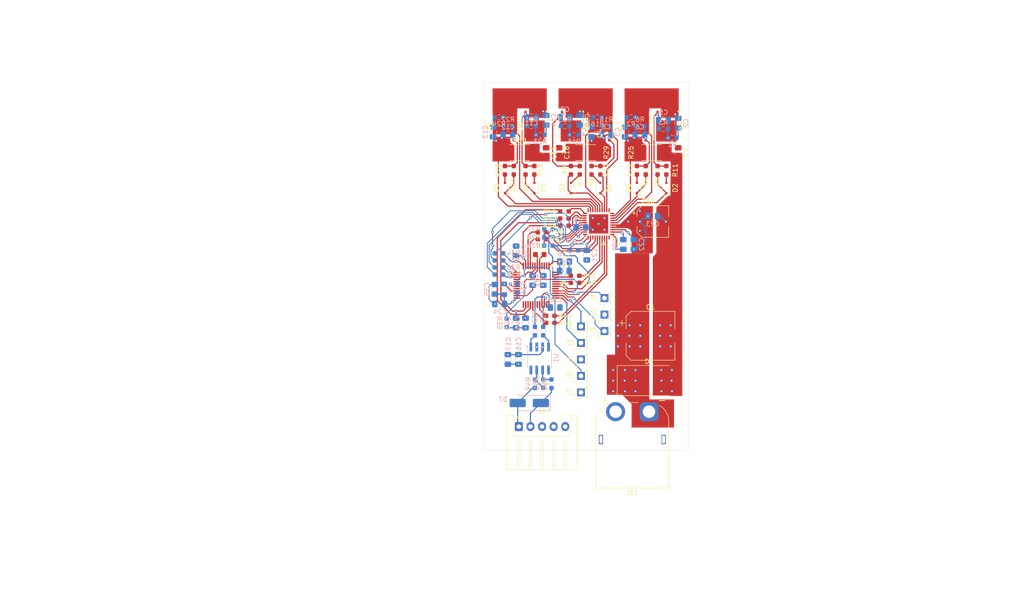
<source format=kicad_pcb>
(kicad_pcb (version 20241229) (generator "pcbnew") (generator_version "9.0")
  (layers (0 "F.Cu" signal) (4 "In1.Cu" signal) (6 "In2.Cu" signal) (2 "B.Cu" signal) (13 "F.Paste" user) (15 "B.Paste" user) (5 "F.SilkS" user "F.Silkscreen") (7 "B.SilkS" user "B.Silkscreen") (1 "F.Mask" user) (3 "B.Mask" user) (25 "Edge.Cuts" user))
  (net 0 "")
  (net 1 "GND")
  (net 2 "V_A_IN")
  (net 3 "Net-(C2-Pad1)")
  (net 4 "V_A_PHASE")
  (net 5 "SPA")
  (net 6 "Net-(C3-Pad1)")
  (net 7 "Net-(Q1-G)")
  (net 8 "Net-(Q2-G)")
  (net 9 "Net-(Q3-G)")
  (net 10 "SPB")
  (net 11 "Net-(Q4-G)")
  (net 12 "Net-(C9-Pad1)")
  (net 13 "Net-(C10-Pad1)")
  (net 14 "V_B_PHASE")
  (net 15 "Net-(Q5-G)")
  (net 16 "Net-(Q6-G)")
  (net 17 "SPC")
  (net 18 "Net-(C13-Pad1)")
  (net 19 "V_C_PHASE")
  (net 20 "Net-(C14-Pad1)")
  (net 21 "3V3")
  (net 22 "Net-(U2-CPL)")
  (net 23 "Net-(U2-CPH)")
  (net 24 "Net-(U2-VCP)")
  (net 25 "/DRVR/3V3_DV")
  (net 26 "/MCU/NRST")
  (net 27 "/MCU/OSC_IN")
  (net 28 "/MCU/OSC_OUT")
  (net 29 "/MCU/BOOT0")
  (net 30 "/MCU/ADC1_IN11")
  (net 31 "/MCU/ADC1_IN5")
  (net 32 "/MCU/ADC1_IN4")
  (net 33 "G_A_H")
  (net 34 "Net-(D2-A)")
  (net 35 "Net-(D3-A)")
  (net 36 "G_B_H")
  (net 37 "Net-(D4-A)")
  (net 38 "G_B_L")
  (net 39 "G_C_H")
  (net 40 "Net-(D5-A)")
  (net 41 "G_C_L")
  (net 42 "Net-(D6-A)")
  (net 43 "CAN_L")
  (net 44 "CAN_H")
  (net 45 "Net-(D8-A)")
  (net 46 "G_A_L")
  (net 47 "5V")
  (net 48 "/MCU/SWDIO")
  (net 49 "/MCU/SWCLK")
  (net 50 "/MCU/USART2_TX")
  (net 51 "/MCU/USART2_RX")
  (net 52 "/MCU/VDDA")
  (net 53 "EN_DV")
  (net 54 "NFAULT")
  (net 55 "SDO")
  (net 56 "CAL_DV")
  (net 57 "CAN_TX")
  (net 58 "Net-(U1-D)")
  (net 59 "Net-(U1-R)")
  (net 60 "CAN_RX")
  (net 61 "nSCS")
  (net 62 "/MCU/SPI1_NSS{slash}CS")
  (net 63 "SCLK")
  (net 64 "/MCU/SPI1_SCK")
  (net 65 "/MCU/SPI1_MISO")
  (net 66 "SDI")
  (net 67 "/MCU/SPI1_MOSI")
  (net 68 "INHA")
  (net 69 "INLA")
  (net 70 "INHB")
  (net 71 "INLB")
  (net 72 "INHC")
  (net 73 "INLC")
  (net 74 "SOC")
  (net 75 "SOB")
  (net 76 "SOA")
  (net 77 "Net-(U1-CANH)")
  (net 78 "Net-(U1-CANL)")
  (net 88 "/MCU/TIM15_CH1")
  (net 89 "/MCU/TIM15_CH1N")
  (net 90 "/MCU/TIM17_CH1")
  (net 91 "/MCU/TIM17_CH1N")
  (net 92 "/MCU/TIM1_CH3")
  (net 93 "/MCU/TIM1_CH3N")
  (net 101 "/MCU/3V3")
  (footprint "Package_TO_SOT_SMD:TDSON-8-1" (layer "F.Cu") (at 139.065 44.45 -90)
    (property "Reference" "Q3")
    (property "Value" "BSC026N08NS5")
  )
  (footprint "Package_TO_SOT_SMD:TDSON-8-1" (layer "F.Cu") (at 131.189 44.45 -90)
    (property "Reference" "Q5")
    (property "Value" "BSC026N08NS5")
  )
  (footprint "Resistor_SMD:R_0603_1608Metric_Pad0.98x0.95mm_HandSolder" (layer "F.Cu") (at 145.415 53.975 90)
    (property "Reference" "R10")
    (property "Value" "4.7Ω")
  )
  (footprint "Connector_PinHeader_2.54mm:PinHeader_1x01_P2.54mm_Vertical" (layer "F.Cu") (at 141.224 87.63 90)
    (property "Reference" "J4")
    (property "Value" "Conn_01x01_Pin")
  )
  (footprint "Resistor_SMD:R_0603_1608Metric_Pad0.98x0.95mm_HandSolder" (layer "F.Cu") (at 134.62 85.344 180)
    (property "Reference" "R44")
    (property "Value" "33")
  )
  (footprint "Resistor_SMD:R_0603_1608Metric_Pad0.98x0.95mm_HandSolder" (layer "F.Cu") (at 137.668 62.851)
    (property "Reference" "R46")
    (property "Value" "100")
  )
  (footprint "Diode_SMD:D_SOD-323F" (layer "F.Cu") (at 159.641 57.785 90)
    (property "Reference" "D2")
    (property "Value" "BAT54J")
  )
  (footprint "Connector_PinHeader_2.54mm:PinHeader_1x01_P2.54mm_Vertical" (layer "F.Cu") (at 141.224 98.298 90)
    (property "Reference" "J5")
    (property "Value" "Conn_01x01_Pin")
  )
  (footprint "Resistor_SMD:R_0603_1608Metric_Pad0.98x0.95mm_HandSolder" (layer "F.Cu") (at 134.62 86.868 180)
    (property "Reference" "R45")
    (property "Value" "33")
  )
  (footprint "Diode_SMD:D_SOD-323F" (layer "F.Cu") (at 153.291 57.785 90)
    (property "Reference" "D8")
    (property "Value" "BAT54J")
  )
  (footprint "Connector_PinHeader_2.54mm:PinHeader_1x01_P2.54mm_Vertical" (layer "F.Cu") (at 141.224 101.854 90)
    (property "Reference" "J7")
    (property "Value" "Conn_01x01_Pin")
  )
  (footprint "Resistor_SMD:R_2512_6332Metric_Pad1.40x3.35mm_HandSolder" (layer "F.Cu") (at 142.24 50.165 180)
    (property "Reference" "R29")
    (property "Value" "3m")
  )
  (footprint "Resistor_SMD:R_2512_6332Metric_Pad1.40x3.35mm_HandSolder" (layer "F.Cu") (at 156.466 50.165)
    (property "Reference" "R25")
    (property "Value" "3m")
  )
  (footprint "Resistor_SMD:R_0603_1608Metric_Pad0.98x0.95mm_HandSolder" (layer "F.Cu") (at 129.284 53.975 90)
    (property "Reference" "R17")
    (property "Value" "4.7Ω")
  )
  (footprint "Package_TO_SOT_SMD:TDSON-8-1" (layer "F.Cu") (at 145.415 44.45 90)
    (property "Reference" "Q4")
    (property "Value" "BSC026N08NS5")
  )
  (footprint "Package_TO_SOT_SMD:TDSON-8-1" (layer "F.Cu") (at 159.641 44.45 -90)
    (property "Reference" "Q1")
    (property "Value" "BSC026N08NS5")
  )
  (footprint "Resistor_SMD:R_0603_1608Metric_Pad0.98x0.95mm_HandSolder" (layer "F.Cu") (at 132.842 68.834 180)
    (property "Reference" "R41")
    (property "Value" "33")
  )
  (footprint "Resistor_SMD:R_0603_1608Metric_Pad0.98x0.95mm_HandSolder" (layer "F.Cu") (at 139.954 78.232 180)
    (property "Reference" "R43")
    (property "Value" "33")
  )
  (footprint "Package_QFP:LQFP-48_7x7mm_P0.5mm" (layer "F.Cu") (at 131.572 78.74 -90)
    (property "Reference" "U5")
    (property "Value" "STM32G431CBTx")
  )
  (footprint "Connector_PinHeader_2.54mm:PinHeader_1x01_P2.54mm_Vertical" (layer "F.Cu") (at 146.304 85.09 90)
    (property "Reference" "J10")
    (property "Value" "Conn_01x01_Pin")
  )
  (footprint "Capacitor_SMD:C_0805_2012Metric_Pad1.18x1.45mm_HandSolder" (layer "F.Cu") (at 133.729 50.165 -90)
    (property "Reference" "C15")
    (property "Value" "1µF/50V")
  )
  (footprint "Diode_SMD:D_SOD-323F" (layer "F.Cu") (at 145.415 57.785 90)
    (property "Reference" "D4")
    (property "Value" "BAT54J")
  )
  (footprint "Resistor_SMD:R_0603_1608Metric_Pad0.98x0.95mm_HandSolder" (layer "F.Cu") (at 139.954 76.708 180)
    (property "Reference" "R42")
    (property "Value" "33")
  )
  (footprint "Connector_PinHeader_2.54mm:PinHeader_1x01_P2.54mm_Vertical" (layer "F.Cu") (at 146.304 88.646 90)
    (property "Reference" "J9")
    (property "Value" "Conn_01x01_Pin")
  )
  (footprint "Resistor_SMD:R_0603_1608Metric_Pad0.98x0.95mm_HandSolder" (layer "F.Cu") (at 153.291 53.975 90)
    (property "Reference" "R12")
    (property "Value" "2Ω")
  )
  (footprint "Diode_SMD:D_SMC_Handsoldering" (layer "F.Cu") (at 155.956 99.314)
    (property "Reference" "D1")
    (property "Value" "SMCJ28A")
  )
  (footprint "Crystal:Crystal_SMD_2012-2Pin_2.0x1.2mm_HandSoldering" (layer "F.Cu") (at 132.334 72.136)
    (property "Reference" "Y1")
    (property "Value" "8MHz")
  )
  (footprint "DRV8323SRTAT:QFN50P600X600X80-41N415X415" (layer "F.Cu") (at 145.034 65.532 180)
    (property "Reference" "U2")
    (property "Value" "DRV8323SRTAT")
  )
  (footprint "Capacitor_SMD:CP_Elec_6.3x5.9" (layer "F.Cu") (at 156.718 65.024)
    (property "Reference" "C50")
    (property "Value" ">=10uF")
  )
  (footprint "Connector_AMASS:AMASS_XT60PW-M_1x02_P7.20mm_Horizontal" (layer "F.Cu") (at 155.892 106.014 180)
    (property "Reference" "J11")
    (property "Value" "Conn_01x02_Pin")
  )
  (footprint "Connector_PinHeader_2.54mm:PinHeader_1x01_P2.54mm_Vertical" (layer "F.Cu") (at 141.224 91.186 90)
    (property "Reference" "J3")
    (property "Value" "Conn_01x01_Pin")
  )
  (footprint "Resistor_SMD:R_0603_1608Metric_Pad0.98x0.95mm_HandSolder" (layer "F.Cu") (at 124.839 53.975 90)
    (property "Reference" "R18")
    (property "Value" "2Ω")
  )
  (footprint "Diode_SMD:D_SOD-323F" (layer "F.Cu") (at 131.189 57.785 90)
    (property "Reference" "D5")
    (property "Value" "BAT54J")
  )
  (footprint "Connector_PinHeader_2.54mm:PinHeader_1x01_P2.54mm_Vertical" (layer "F.Cu") (at 141.224 94.742 90)
    (property "Reference" "J6")
    (property "Value" "Conn_01x01_Pin")
  )
  (footprint "Resistor_SMD:R_0603_1608Metric_Pad0.98x0.95mm_HandSolder" (layer "F.Cu") (at 137.668 65.899)
    (property "Reference" "R48")
    (property "Value" "100")
  )
  (footprint "Resistor_SMD:R_2512_6332Metric_Pad1.40x3.35mm_HandSolder" (layer "F.Cu") (at 128.014 50.165)
    (property "Reference" "R30")
    (property "Value" "3m")
  )
  (footprint "Connector_PinHeader_2.54mm:PinHeader_1x01_P2.54mm_Vertical" (layer "F.Cu") (at 146.304 81.534 90)
    (property "Reference" "J8")
    (property "Value" "Conn_01x01_Pin")
  )
  (footprint "Resistor_SMD:R_0603_1608Metric_Pad0.98x0.95mm_HandSolder" (layer "F.Cu") (at 143.51 53.975 90)
    (property "Reference" "R8")
    (property "Value" "2Ω")
  )
  (footprint "Diode_SMD:D_SOD-323F" (layer "F.Cu") (at 139.065 57.785 90)
    (property "Reference" "D3")
    (property "Value" "BAT54J")
  )
  (footprint "Resistor_SMD:R_0603_1608Metric_Pad0.98x0.95mm_HandSolder" (layer "F.Cu") (at 159.641 53.975 90)
    (property "Reference" "R11")
    (property "Value" "2Ω")
  )
  (footprint "Resistor_SMD:R_0603_1608Metric_Pad0.98x0.95mm_HandSolder" (layer "F.Cu") (at 139.065 53.975 90)
    (property "Reference" "R9")
    (property "Value" "4.7Ω")
  )
  (footprint "Diode_SMD:D_SOD-323F" (layer "F.Cu") (at 124.839 57.785 90)
    (property "Reference" "D6")
    (property "Value" "BAT54J")
  )
  (footprint "Package_TO_SOT_SMD:TDSON-8-1" (layer "F.Cu") (at 124.839 44.45 90)
    (property "Reference" "Q6")
    (property "Value" "BSC026N08NS5")
  )
  (footprint "Resistor_SMD:R_0603_1608Metric_Pad0.98x0.95mm_HandSolder" (layer "F.Cu") (at 126.744 53.975 90)
    (property "Reference" "R20")
    (property "Value" "4.7Ω")
  )
  (footprint "Resistor_SMD:R_0603_1608Metric_Pad0.98x0.95mm_HandSolder" (layer "F.Cu") (at 132.842 67.31 180)
    (property "Reference" "R40")
    (property "Value" "33")
  )
  (footprint "Resistor_SMD:R_0603_1608Metric_Pad0.98x0.95mm_HandSolder" (layer "F.Cu") (at 155.196 53.975 90)
    (property "Reference" "R4")
    (property "Value" "4.7Ω")
  )
  (footprint "Package_TO_SOT_SMD:TDSON-8-1" (layer "F.Cu") (at 153.291 44.45 90)
    (property "Reference" "Q2")
    (property "Value" "BSC026N08NS5")
  )
  (footprint "Capacitor_SMD:CP_Elec_10x10" (layer "F.Cu") (at 156.21 89.662)
    (property "Reference" "C1")
    (property "Value" "470µF/50V")
  )
  (footprint "Resistor_SMD:R_0603_1608Metric_Pad0.98x0.95mm_HandSolder" (layer "F.Cu") (at 157.736 53.975 90)
    (property "Reference" "R5")
    (property "Value" "4.7Ω")
  )
  (footprint "Resistor_SMD:R_0603_1608Metric_Pad0.98x0.95mm_HandSolder" (layer "F.Cu") (at 131.189 53.975 90)
    (property "Reference" "R19")
    (property "Value" "2Ω")
  )
  (footprint "Connector_JST:JST_XH_S5B-XH-A_1x05_P2.50mm_Horizontal" (layer "F.Cu") (at 127.842 109.22)
    (property "Reference" "J1")
    (property "Value" "JST-XH")
  )
  (footprint "Resistor_SMD:R_0603_1608Metric_Pad0.98x0.95mm_HandSolder" (layer "F.Cu") (at 137.668 64.375)
    (property "Reference" "R47")
    (property "Value" "100")
  )
  (footprint "Resistor_SMD:R_0603_1608Metric_Pad0.98x0.95mm_HandSolder" (layer "F.Cu") (at 140.97 53.975 90)
    (property "Reference" "R7")
    (property "Value" "2Ω")
  )
  (footprint "Capacitor_SMD:C_0805_2012Metric_Pad1.18x1.45mm_HandSolder" (layer "F.Cu") (at 136.525 50.165 -90)
    (property "Reference" "C18")
    (property "Value" "1µF/50V")
  )
  (footprint "Capacitor_SMD:C_0805_2012Metric_Pad1.18x1.45mm_HandSolder" (layer "F.Cu") (at 162.181 50.165 -90)
    (property "Reference" "C4")
    (property "Value" "1µF/50V")
  )
  (footprint "Resistor_SMD:R_0603_1608Metric_Pad0.98x0.95mm_HandSolder" (layer "B.Cu") (at 127.508 79.3985 90)
    (property "Reference" "R36")
    (property "Value" "10k")
  )
  (footprint "Resistor_SMD:R_0603_1608Metric_Pad0.98x0.95mm_HandSolder" (layer "B.Cu") (at 152.021 42.545)
    (property "Reference" "R2")
    (property "Value" "4.7Ω")
  )
  (footprint "Capacitor_SMD:C_0805_2012Metric_Pad1.18x1.45mm_HandSolder" (layer "B.Cu") (at 141.224 66.294 180)
    (property "Reference" "C25")
    (property "Value" "47nF")
  )
  (footprint "Resistor_SMD:R_0603_1608Metric_Pad0.98x0.95mm_HandSolder" (layer "B.Cu") (at 123.569 42.545)
    (property "Reference" "R24")
    (property "Value" "4.7Ω")
  )
  (footprint "Resistor_SMD:R_0603_1608Metric_Pad0.98x0.95mm_HandSolder" (layer "B.Cu") (at 139.688 71.233 180)
    (property "Reference" "R31")
    (property "Value" "10k")
  )
  (footprint "Resistor_SMD:R_0603_1608Metric_Pad0.98x0.95mm_HandSolder" (layer "B.Cu") (at 133.096 88.646 -90)
    (property "Reference" "R33")
    (property "Value" "22Ω")
  )
  (footprint "Resistor_SMD:R_0603_1608Metric_Pad0.98x0.95mm_HandSolder" (layer "B.Cu") (at 131.318 88.646 -90)
    (property "Reference" "R32")
    (property "Value" "22Ω")
  )
  (footprint "Inductor_SMD:L_0805_2012Metric_Pad1.05x1.20mm_HandSolder" (layer "B.Cu") (at 124.714 79.622 90)
    (property "Reference" "L2")
    (property "Value" "6.8uH")
  )
  (footprint "Resistor_SMD:R_0603_1608Metric_Pad0.98x0.95mm_HandSolder" (layer "B.Cu") (at 137.795 44.45 180)
    (property "Reference" "R13")
    (property "Value" "100kΩ")
  )
  (footprint "Resistor_SMD:R_0603_1608Metric_Pad0.98x0.95mm_HandSolder" (layer "B.Cu") (at 134.2035 68.439 180)
    (property "Reference" "R28")
    (property "Value" "10k")
  )
  (footprint "Diode_SMD:D_SMA_Handsoldering" (layer "B.Cu") (at 130.088 104.14 180)
    (property "Reference" "D7")
    (property "Value" "SMAJ5.0CA")
  )
  (footprint "Resistor_SMD:R_0603_1608Metric_Pad0.98x0.95mm_HandSolder" (layer "B.Cu") (at 130.554 44.45 180)
    (property "Reference" "R21")
    (property "Value" "100kΩ")
  )
  (footprint "Resistor_SMD:R_0603_1608Metric_Pad0.98x0.95mm_HandSolder" (layer "B.Cu") (at 133.096 99.9725 -90)
    (property "Reference" "R51")
    (property "Value" "DNP")
  )
  (footprint "Resistor_SMD:R_0603_1608Metric_Pad0.98x0.95mm_HandSolder" (layer "B.Cu") (at 125.222 86.868 -90)
    (property "Reference" "R35")
    (property "Value" "10k")
  )
  (footprint "Capacitor_SMD:C_0805_2012Metric_Pad1.18x1.45mm_HandSolder" (layer "B.Cu") (at 129.286 86.8895 -90)
    (property "Reference" "C46")
    (property "Value" "12pF")
  )
  (footprint "Resistor_SMD:R_0603_1608Metric_Pad0.98x0.95mm_HandSolder" (layer "B.Cu") (at 123.5475 73.406 180)
    (property "Reference" "R37")
    (property "Value" "33")
  )
  (footprint "Capacitor_SMD:C_0805_2012Metric_Pad1.18x1.45mm_HandSolder" (layer "B.Cu") (at 122.682 79.622 -90)
    (property "Reference" "C35")
    (property "Value" "0.1uF")
  )
  (footprint "Resistor_SMD:R_0603_1608Metric_Pad0.98x0.95mm_HandSolder" (layer "B.Cu") (at 123.5475 74.93 180)
    (property "Reference" "R38")
    (property "Value" "33")
  )
  (footprint "Resistor_SMD:R_0603_1608Metric_Pad0.98x0.95mm_HandSolder" (layer "B.Cu") (at 159.006 45.085 180)
    (property "Reference" "R3")
    (property "Value" "100kΩ")
  )
  (footprint "Capacitor_SMD:C_0805_2012Metric_Pad1.18x1.45mm_HandSolder" (layer "B.Cu") (at 127.762 94.742 -90)
    (property "Reference" "C16")
    (property "Value" "100nF")
  )
  (footprint "Capacitor_SMD:C_0805_2012Metric_Pad1.18x1.45mm_HandSolder" (layer "B.Cu") (at 125.476 94.742 -90)
    (property "Reference" "C17")
    (property "Value" "1uF")
  )
  (footprint "Capacitor_SMD:C_0805_2012Metric_Pad1.18x1.45mm_HandSolder" (layer "B.Cu") (at 153.926 46.355 180)
    (property "Reference" "C6")
    (property "Value" "220pF")
  )
  (footprint "Capacitor_SMD:C_0805_2012Metric_Pad1.18x1.45mm_HandSolder" (layer "B.Cu") (at 127.254 86.8895 -90)
    (property "Reference" "C47")
    (property "Value" "12pF")
  )
  (footprint "Resistor_SMD:R_0603_1608Metric_Pad0.98x0.95mm_HandSolder" (layer "B.Cu") (at 144.78 42.545)
    (property "Reference" "R16")
    (property "Value" "4.7Ω")
  )
  (footprint "Capacitor_SMD:C_0805_2012Metric_Pad1.18x1.45mm_HandSolder" (layer "B.Cu") (at 133.096 77.724 -90)
    (property "Reference" "C40")
    (property "Value" "20pF")
  )
  (footprint "Resistor_SMD:R_0603_1608Metric_Pad0.98x0.95mm_HandSolder" (layer "B.Cu") (at 134.874 99.993 -90)
    (property "Reference" "R50")
    (property "Value" "22Ω")
  )
  (footprint "Resistor_SMD:R_0603_1608Metric_Pad0.98x0.95mm_HandSolder" (layer "B.Cu") (at 160.911 46.99)
    (property "Reference" "R1")
    (property "Value" "4.7Ω")
  )
  (footprint "Resistor_SMD:R_0603_1608Metric_Pad0.98x0.95mm_HandSolder" (layer "B.Cu") (at 134.2035 70.217 180)
    (property "Reference" "R26")
    (property "Value" "10k")
  )
  (footprint "Capacitor_SMD:C_0805_2012Metric_Pad1.18x1.45mm_HandSolder" (layer "B.Cu") (at 130.81 77.724 -90)
    (property "Reference" "C41")
    (property "Value" "20pF")
  )
  (footprint "Capacitor_SMD:C_0805_2012Metric_Pad1.18x1.45mm_HandSolder" (layer "B.Cu") (at 137.795 42.545 180)
    (property "Reference" "C7")
    (property "Value" "220pF")
  )
  (footprint "Capacitor_SMD:C_0805_2012Metric_Pad1.18x1.45mm_HandSolder" (layer "B.Cu") (at 135.6575 83.566 180)
    (property "Reference" "C38")
    (property "Value" "0.1uF")
  )
  (footprint "Capacitor_SMD:C_0805_2012Metric_Pad1.18x1.45mm_HandSolder" (layer "B.Cu") (at 137.6465 75.692 180)
    (property "Reference" "C37")
    (property "Value" "0.1uF")
  )
  (footprint "Capacitor_SMD:C_0805_2012Metric_Pad1.18x1.45mm_HandSolder" (layer "B.Cu") (at 137.6895 73.66 180)
    (property "Reference" "C36")
    (property "Value" "0.1uF")
  )
  (footprint "Resistor_SMD:R_0603_1608Metric_Pad0.98x0.95mm_HandSolder" (layer "B.Cu") (at 134.2035 66.661 180)
    (property "Reference" "R27")
    (property "Value" "10k")
  )
  (footprint "Capacitor_SMD:C_0805_2012Metric_Pad1.18x1.45mm_HandSolder" (layer "B.Cu") (at 156.706 63.867)
    (property "Reference" "C23")
    (property "Value" "0.1uF")
  )
  (footprint "Capacitor_SMD:C_0805_2012Metric_Pad1.18x1.45mm_HandSolder" (layer "B.Cu") (at 133.729 43.18 90)
    (property "Reference" "C14")
    (property "Value" "220pF")
  )
  (footprint "Capacitor_SMD:C_0805_2012Metric_Pad1.18x1.45mm_HandSolder" (layer "B.Cu") (at 159.006 43.18 180)
    (property "Reference" "C5")
    (property "Value" "220pF")
  )
  (footprint "Package_SO:SOIC-8_3.9x4.9mm_P1.27mm" (layer "B.Cu") (at 132.334 94.553 -90)
    (property "Reference" "U1")
    (property "Value" "SN65HVD230")
  )
  (footprint "Resistor_SMD:R_0603_1608Metric_Pad0.98x0.95mm_HandSolder" (layer "B.Cu") (at 123.5475 76.454 180)
    (property "Reference" "R39")
    (property "Value" "33")
  )
  (footprint "Capacitor_SMD:C_0805_2012Metric_Pad1.18x1.45mm_HandSolder" (layer "B.Cu") (at 146.685 46.355 180)
    (property "Reference" "C8")
    (property "Value" "220pF")
  )
  (footprint "Capacitor_SMD:C_0805_2012Metric_Pad1.18x1.45mm_HandSolder" (layer "B.Cu") (at 150.356 69.963 -90)
    (property "Reference" "C20")
    (property "Value" "47nF")
  )
  (footprint "Capacitor_SMD:C_0805_2012Metric_Pad1.18x1.45mm_HandSolder" (layer "B.Cu") (at 162.181 43.815 90)
    (property "Reference" "C2")
    (property "Value" "220pF")
  )
  (footprint "Capacitor_SMD:C_0805_2012Metric_Pad1.18x1.45mm_HandSolder" (layer "B.Cu") (at 125.474 46.355 180)
    (property "Reference" "C12")
    (property "Value" "220pF")
  )
  (footprint "Capacitor_SMD:C_0805_2012Metric_Pad1.18x1.45mm_HandSolder" (layer "B.Cu") (at 143.51 45.72 -90)
    (property "Reference" "C9")
    (property "Value" "220pF")
  )
  (footprint "Capacitor_SMD:C_0805_2012Metric_Pad1.18x1.45mm_HandSolder" (layer "B.Cu") (at 122.299 45.72 -90)
    (property "Reference" "C13")
    (property "Value" "220pF")
  )
  (footprint "Resistor_SMD:R_0603_1608Metric_Pad0.98x0.95mm_HandSolder" (layer "B.Cu") (at 125.474 44.45 180)
    (property "Reference" "R22")
    (property "Value" "100kΩ")
  )
  (footprint "Resistor_SMD:R_0603_1608Metric_Pad0.98x0.95mm_HandSolder" (layer "B.Cu") (at 139.7 46.355)
    (property "Reference" "R15")
    (property "Value" "4.7Ω")
  )
  (footprint "Capacitor_SMD:C_0805_2012Metric_Pad1.18x1.45mm_HandSolder" (layer "B.Cu") (at 127.254 71.3525 90)
    (property "Reference" "C48")
    (property "Value" "12pF")
  )
  (footprint "Capacitor_SMD:C_0805_2012Metric_Pad1.18x1.45mm_HandSolder" (layer "B.Cu") (at 140.97 43.18 90)
    (property "Reference" "C10")
    (property "Value" "220pF")
  )
  (footprint "Resistor_SMD:R_0603_1608Metric_Pad0.98x0.95mm_HandSolder" (layer "B.Cu") (at 123.5475 71.882 180)
    (property "Reference" "R34")
    (property "Value" "33")
  )
  (footprint "Resistor_SMD:R_0603_1608Metric_Pad0.98x0.95mm_HandSolder" (layer "B.Cu") (at 153.926 44.45 180)
    (property "Reference" "R6")
    (property "Value" "100kΩ")
  )
  (footprint "Resistor_SMD:R_0603_1608Metric_Pad0.98x0.95mm_HandSolder" (layer "B.Cu") (at 131.318 99.9725 -90)
    (property "Reference" "R49")
    (property "Value" "22Ω")
  )
  (footprint "Capacitor_SMD:C_0805_2012Metric_Pad1.18x1.45mm_HandSolder" (layer "B.Cu") (at 150.751 45.72 -90)
    (property "Reference" "C3")
    (property "Value" "220pF")
  )
  (footprint "Capacitor_SMD:C_0805_2012Metric_Pad1.18x1.45mm_HandSolder" (layer "B.Cu") (at 130.554 42.545 180)
    (property "Reference" "C11")
    (property "Value" "220pF")
  )
  (footprint "Capacitor_SMD:C_0805_2012Metric_Pad1.18x1.45mm_HandSolder" (layer "B.Cu") (at 152.642 69.963 90)
    (property "Reference" "C22")
    (property "Value" "1uF")
  )
  (footprint "Resistor_SMD:R_0603_1608Metric_Pad0.98x0.95mm_HandSolder" (layer "B.Cu") (at 146.685 44.45 180)
    (property "Reference" "R14")
    (property "Value" "100kΩ")
  )
  (footprint "Capacitor_SMD:C_0805_2012Metric_Pad1.18x1.45mm_HandSolder" (layer "B.Cu") (at 123.698 82.804)
    (property "Reference" "C24")
    (property "Value" "0.1uF")
  )
  (footprint "Capacitor_SMD:C_0805_2012Metric_Pad1.18x1.45mm_HandSolder" (layer "B.Cu") (at 142.482 72.2705 90)
    (property "Reference" "C21")
    (property "Value" "1uF")
  )
  (footprint "Resistor_SMD:R_0603_1608Metric_Pad0.98x0.95mm_HandSolder" (layer "B.Cu") (at 132.459 46.355)
    (property "Reference" "R23")
    (property "Value" "4.7Ω")
  )
  (gr_rect (start 120.396 35.052) (end 164.338 114.3) (stroke (width 0.05)) (fill no) (layer "Edge.Cuts"))
  (segment (start 127.4095 80.99) (end 129.576 80.99) (width 0.2) (layer "F.Cu") (net 1))
  (segment (start 126.488 78.99) (end 125.984 78.486) (width 0.2) (layer "F.Cu") (net 1))
  (segment (start 129.576 80.99) (end 130.81 79.756) (width 0.2) (layer "F.Cu") (net 1))
  (segment (start 130.81 79.756) (end 130.81 78.7615) (width 0.2) (layer "F.Cu") (net 1))
  (segment (start 143.284 69.161) (end 142.482 69.963) (width 0.25) (layer "F.Cu") (net 1))
  (segment (start 143.284 68.467) (end 143.284 69.161) (width 0.25) (layer "F.Cu") (net 1))
  (segment (start 127.4095 78.99) (end 126.488 78.99) (width 0.2) (layer "F.Cu") (net 1))
  (via (at 158.56 97.028) (size 0.6) (drill 0.3) (layers "F.Cu" "B.Cu") (net 1))
  (via (at 125.984 78.486) (size 0.6) (drill 0.3) (layers "F.Cu" "B.Cu") (net 1))
  (via (at 127.254 70.315) (size 0.6) (drill 0.3) (layers "F.Cu" "B.Cu") (net 1))
  (via (at 143.764 64.262) (size 0.6) (drill 0.3) (layers "F.Cu" "B.Cu") (net 1))
  (via (at 122.6605 82.804) (size 0.6) (drill 0.3) (layers "F.Cu" "B.Cu") (net 1))
  (via (at 158.56 99.314) (size 0.6) (drill 0.3) (layers "F.Cu" "B.Cu") (net 1))
  (via (at 131.699 92.078) (size 0.6) (drill 0.3) (layers "F.Cu" "B.Cu") (net 1))
  (via (at 158.306 87.376) (size 0.6) (drill 0.3) (layers "F.Cu" "B.Cu") (net 1))
  (via (at 158.306 89.662) (size 0.6) (drill 0.3) (layers "F.Cu" "B.Cu") (net 1))
  (via (at 159.518 65.024) (size 0.6) (drill 0.3) (layers "F.Cu" "B.Cu") (net 1))
  (via (at 130.81 78.7615) (size 0.6) (drill 0.3) (layers "F.Cu" "B.Cu") (net 1))
  (via (at 160.592 91.948) (size 0.6) (drill 0.3) (layers "F.Cu" "B.Cu") (net 1))
  (via (at 146.304 66.802) (size 0.6) (drill 0.3) (layers "F.Cu" "B.Cu") (net 1))
  (via (at 145.034 65.532) (size 0.6) (drill 0.3) (layers "F.Cu" "B.Cu") (net 1))
  (via (at 133.096 78.7615) (size 0.6) (drill 0.3) (layers "F.Cu" "B.Cu") (net 1))
  (via (at 127.254 87.927) (size 0.6) (drill 0.3) (layers "F.Cu" "B.Cu") (net 1))
  (via (at 158.306 91.948) (size 0.6) (drill 0.3) (layers "F.Cu" "B.Cu") (net 1))
  (via (at 160.592 87.376) (size 0.6) (drill 0.3) (layers "F.Cu" "B.Cu") (net 1))
  (via (at 129.286 87.927) (size 0.6) (drill 0.3) (layers "F.Cu" "B.Cu") (net 1))
  (via (at 142.482 69.963) (size 0.6) (drill 0.3) (layers "F.Cu" "B.Cu") (net 1))
  (via (at 158.56 101.6) (size 0.6) (drill 0.3) (layers "F.Cu" "B.Cu") (net 1))
  (via (at 143.764 66.802) (size 0.6) (drill 0.3) (layers "F.Cu" "B.Cu") (net 1))
  (via (at 146.304 64.262) (size 0.6) (drill 0.3) (layers "F.Cu" "B.Cu") (net 1))
  (via (at 160.782 99.314) (size 0.6) (drill 0.3) (layers "F.Cu" "B.Cu") (net 1))
  (via (at 125.222 87.7805) (size 0.6) (drill 0.3) (layers "F.Cu" "B.Cu") (net 1))
  (via (at 160.846 97.028) (size 0.6) (drill 0.3) (layers "F.Cu" "B.Cu") (net 1))
  (via (at 160.528 89.662) (size 0.6) (drill 0.3) (layers "F.Cu" "B.Cu") (net 1))
  (via (at 160.846 101.6) (size 0.6) (drill 0.3) (layers "F.Cu" "B.Cu") (net 1))
  (via (at 138.727 73.66) (size 0.6) (drill 0.3) (layers "F.Cu" "B.Cu") (net 1))
  (via (at 127.762 95.7795) (size 0.6) (drill 0.3) (layers "F.Cu" "B.Cu") (net 1))
  (segment (start 157.7435 63.867) (end 158.361 63.867) (width 0.25) (layer "B.Cu") (net 1))
  (segment (start 138.684 75.692) (end 138.684 73.703) (width 0.25) (layer "B.Cu") (net 1))
  (segment (start 142.2615 66.294) (end 143.256 66.294) (width 0.25) (layer "B.Cu") (net 1))
  (segment (start 142.482 69.963) (end 142.482 71.233) (width 0.25) (layer "B.Cu") (net 1))
  (segment (start 143.256 66.294) (end 143.764 66.802) (width 0.25) (layer "B.Cu") (net 1))
  (segment (start 158.361 63.867) (end 159.518 65.024) (width 0.25) (layer "B.Cu") (net 1))
  (segment (start 122.682 78.5845) (end 121.8215 78.5845) (width 0.2) (layer "B.Cu") (net 1))
  (segment (start 121.8215 78.5845) (end 121.412 78.994) (width 0.2) (layer "B.Cu") (net 1))
  (segment (start 125.476 95.7795) (end 127.762 95.7795) (width 0.25) (layer "B.Cu") (net 1))
  (segment (start 138.684 73.703) (end 138.727 73.66) (width 0.25) (layer "B.Cu") (net 1))
  (segment (start 140.6005 71.233) (end 142.482 71.233) (width 0.25) (layer "B.Cu") (net 1))
  (segment (start 121.412 78.994) (end 121.412 81.788) (width 0.2) (layer "B.Cu") (net 1))
  (segment (start 122.428 82.804) (end 122.6605 82.804) (width 0.2) (layer "B.Cu") (net 1))
  (segment (start 129.286 87.927) (end 127.254 87.927) (width 0.25) (layer "B.Cu") (net 1))
  (segment (start 125.3685 87.927) (end 125.222 87.7805) (width 0.25) (layer "B.Cu") (net 1))
  (segment (start 121.412 81.788) (end 122.428 82.804) (width 0.2) (layer "B.Cu") (net 1))
  (segment (start 127.254 87.927) (end 125.3685 87.927) (width 0.25) (layer "B.Cu") (net 1))
  (segment (start 153.15 66.282) (end 153.924 67.056) (width 0.3) (layer "F.Cu") (net 2))
  (segment (start 147.969 65.782) (end 150.626 65.782) (width 0.3) (layer "F.Cu") (net 2))
  (segment (start 147.969 66.282) (end 153.15 66.282) (width 0.3) (layer "F.Cu") (net 2))
  (segment (start 150.626 65.782) (end 151.384 65.024) (width 0.3) (layer "F.Cu") (net 2))
  (via (at 138.7875 46.355) (size 0.6) (drill 0.3) (layers "F.Cu" "B.Cu") (net 2))
  (via (at 152.99 101.6) (size 0.6) (drill 0.3) (layers "F.Cu" "B.Cu") (net 2))
  (via (at 151.384 65.024) (size 0.6) (drill 0.3) (layers "F.Cu" "B.Cu") (net 2))
  (via (at 150.622 99.314) (size 0.6) (drill 0.3) (layers "F.Cu" "B.Cu") (net 2))
  (via (at 150.704 101.6) (size 0.6) (drill 0.3) (layers "F.Cu" "B.Cu") (net 2))
  (via (at 153.918 65.024) (size 0.6) (drill 0.3) (layers "F.Cu" "B.Cu") (net 2))
  (via (at 152.642 71.0005) (size 0.6) (drill 0.3) (layers "F.Cu" "B.Cu") (net 2))
  (via (at 148.164 97.028) (size 0.6) (drill 0.3) (layers "F.Cu" "B.Cu") (net 2))
  (via (at 155.6685 63.867) (size 0.6) (drill 0.3) (layers "F.Cu" "B.Cu") (net 2))
  (via (at 154.006 89.662) (size 0.6) (drill 0.3) (layers "F.Cu" "B.Cu") (net 2))
  (via (at 150.704 97.028) (size 0.6) (drill 0.3) (layers "F.Cu" "B.Cu") (net 2))
  (via (at 159.9985 46.99) (size 0.6) (drill 0.3) (layers "F.Cu" "B.Cu") (net 2))
  (via (at 151.72 91.948) (size 0.6) (drill 0.3) (layers "F.Cu" "B.Cu") (net 2))
  (via (at 154.006 91.948) (size 0.6) (drill 0.3) (layers "F.Cu" "B.Cu") (net 2))
  (via (at 148.164 99.314) (size 0.6) (drill 0.3) (layers "F.Cu" "B.Cu") (net 2))
  (via (at 153.924 67.056) (size 0.6) (drill 0.3) (layers "F.Cu" "B.Cu") (net 2))
  (via (at 131.5465 46.355) (size 0.6) (drill 0.3) (layers "F.Cu" "B.Cu") (net 2))
  (via (at 149.18 91.948) (size 0.6) (drill 0.3) (layers "F.Cu" "B.Cu") (net 2))
  (via (at 153.924 62.738) (size 0.6) (drill 0.3) (layers "F.Cu" "B.Cu") (net 2))
  (via (at 152.99 99.314) (size 0.6) (drill 0.3) (layers "F.Cu" "B.Cu") (net 2))
  (via (at 151.72 87.376) (size 0.6) (drill 0.3) (layers "F.Cu" "B.Cu") (net 2))
  (via (at 151.638 89.662) (size 0.6) (drill 0.3) (layers "F.Cu" "B.Cu") (net 2))
  (via (at 152.99 97.028) (size 0.6) (drill 0.3) (layers "F.Cu" "B.Cu") (net 2))
  (via (at 148.164 101.6) (size 0.6) (drill 0.3) (layers "F.Cu" "B.Cu") (net 2))
  (via (at 149.18 89.662) (size 0.6) (drill 0.3) (layers "F.Cu" "B.Cu") (net 2))
  (via (at 154.006 87.376) (size 0.6) (drill 0.3) (layers "F.Cu" "B.Cu") (net 2))
  (via (at 149.18 87.376) (size 0.6) (drill 0.3) (layers "F.Cu" "B.Cu") (net 2))
  (segment (start 153.1285 71.0005) (end 152.642 71.0005) (width 0.25) (layer "B.Cu") (net 2))
  (segment (start 131.5915 42.545) (end 131.5915 44.325) (width 0.25) (layer "B.Cu") (net 2))
  (segment (start 131.4665 46.275) (end 131.5465 46.355) (width 0.25) (layer "B.Cu") (net 2))
  (segment (start 138.8325 42.545) (end 138.8325 44.325) (width 0.25) (layer "B.Cu") (net 2))
  (segment (start 131.5915 44.325) (end 131.4665 44.45) (width 0.25) (layer "B.Cu") (net 2))
  (segment (start 160.0435 43.18) (end 160.0435 44.96) (width 0.25) (layer "B.Cu") (net 2))
  (segment (start 159.9185 45.085) (end 159.9185 46.91) (width 0.25) (layer "B.Cu") (net 2))
  (segment (start 159.9185 46.91) (end 159.9985 46.99) (width 0.25) (layer "B.Cu") (net 2))
  (segment (start 154.5885 64.3535) (end 155.182 64.3535) (width 0.25) (layer "B.Cu") (net 2))
  (segment (start 153.918 65.024) (end 155.182 66.288) (width 0.25) (layer "B.Cu") (net 2))
  (segment (start 153.918 65.024) (end 154.5885 64.3535) (width 0.25) (layer "B.Cu") (net 2))
  (segment (start 138.7075 46.275) (end 138.7875 46.355) (width 0.25) (layer "B.Cu") (net 2))
  (segment (start 155.182 68.947) (end 153.1285 71.0005) (width 0.25) (layer "B.Cu") (net 2))
  (segment (start 155.182 66.288) (end 155.182 68.947) (width 0.25) (layer "B.Cu") (net 2))
  (segment (start 138.7075 44.45) (end 138.7075 46.275) (width 0.25) (layer "B.Cu") (net 2))
  (segment (start 155.182 64.3535) (end 155.6685 63.867) (width 0.25) (layer "B.Cu") (net 2))
  (segment (start 138.8325 44.325) (end 138.7075 44.45) (width 0.25) (layer "B.Cu") (net 2))
  (segment (start 160.0435 44.96) (end 159.9185 45.085) (width 0.25) (layer "B.Cu") (net 2))
  (segment (start 131.4665 44.45) (end 131.4665 46.275) (width 0.25) (layer "B.Cu") (net 2))
  (segment (start 162.181 46.6325) (end 161.8235 46.99) (width 0.25) (layer "B.Cu") (net 3))
  (segment (start 162.181 44.8525) (end 162.181 46.6325) (width 0.25) (layer "B.Cu") (net 3))
  (segment (start 156.466 46.575) (end 153.291 43.4) (width 0.25) (layer "F.Cu") (net 4))
  (segment (start 148.832 64.782) (end 153.416 60.198) (width 0.25) (layer "F.Cu") (net 4))
  (segment (start 147.969 64.782) (end 148.832 64.782) (width 0.25) (layer "F.Cu") (net 4))
  (segment (start 154.94 60.198) (end 156.466 58.672) (width 0.25) (layer "F.Cu") (net 4))
  (segment (start 156.466 58.672) (end 156.466 46.575) (width 0.25) (layer "F.Cu") (net 4))
  (segment (start 153.416 60.198) (end 154.94 60.198) (width 0.25) (layer "F.Cu") (net 4))
  (via (at 152.9335 42.545) (size 0.6) (drill 0.3) (layers "F.Cu" "B.Cu") (net 4))
  (via (at 161.546 41.91) (size 0.6) (drill 0.3) (layers "F.Cu" "B.Cu") (net 4))
  (segment (start 162.181 42.545) (end 161.546 41.91) (width 0.25) (layer "B.Cu") (net 4))
  (segment (start 162.181 42.7775) (end 162.181 42.545) (width 0.25) (layer "B.Cu") (net 4))
  (segment (start 147.969 63.782) (end 148.48988 63.782) (width 0.25) (layer "F.Cu") (net 5))
  (segment (start 151.894 60.37788) (end 151.894 51.687) (width 0.25) (layer "F.Cu") (net 5))
  (segment (start 151.894 51.687) (end 153.416 50.165) (width 0.25) (layer "F.Cu") (net 5))
  (segment (start 148.48988 63.782) (end 151.894 60.37788) (width 0.25) (layer "F.Cu") (net 5))
  (via (at 152.656 46.99) (size 0.6) (drill 0.3) (layers "F.Cu" "B.Cu") (net 5))
  (via (at 151.386 47.625) (size 0.6) (drill 0.3) (layers "F.Cu" "B.Cu") (net 5))
  (segment (start 152.8885 46.355) (end 152.8885 46.7575) (width 0.25) (layer "B.Cu") (net 5))
  (segment (start 152.8885 46.355) (end 152.8885 44.575) (width 0.25) (layer "B.Cu") (net 5))
  (segment (start 152.8885 46.7575) (end 152.656 46.99) (width 0.25) (layer "B.Cu") (net 5))
  (segment (start 152.8885 44.575) (end 153.0135 44.45) (width 0.25) (layer "B.Cu") (net 5))
  (segment (start 150.751 46.99) (end 151.386 47.625) (width 0.25) (layer "B.Cu") (net 5))
  (segment (start 150.751 46.7575) (end 150.751 46.99) (width 0.25) (layer "B.Cu") (net 5))
  (segment (start 150.751 42.9025) (end 151.1085 42.545) (width 0.25) (layer "B.Cu") (net 6))
  (segment (start 150.751 44.6825) (end 150.751 42.9025) (width 0.25) (layer "B.Cu") (net 6))
  (segment (start 156.974 42.312) (end 157.736 41.55) (width 0.25) (layer "F.Cu") (net 7))
  (segment (start 157.736 53.0625) (end 156.974 52.3005) (width 0.25) (layer "F.Cu") (net 7))
  (segment (start 156.974 52.3005) (end 156.974 42.312) (width 0.25) (layer "F.Cu") (net 7))
  (segment (start 159.641 53.0625) (end 157.736 53.0625) (width 0.25) (layer "F.Cu") (net 7))
  (via (at 157.736 41.91) (size 0.6) (drill 0.3) (layers "F.Cu" "B.Cu") (net 7))
  (segment (start 157.9685 43.18) (end 157.9685 44.96) (width 0.25) (layer "B.Cu") (net 7))
  (segment (start 157.9685 42.1425) (end 157.736 41.91) (width 0.25) (layer "B.Cu") (net 7))
  (segment (start 157.9685 43.18) (end 157.9685 42.1425) (width 0.25) (layer "B.Cu") (net 7))
  (segment (start 157.9685 44.96) (end 158.0935 45.085) (width 0.25) (layer "B.Cu") (net 7))
  (segment (start 155.958 52.3005) (end 155.958 48.112) (width 0.25) (layer "F.Cu") (net 8))
  (segment (start 155.958 48.112) (end 155.196 47.35) (width 0.25) (layer "F.Cu") (net 8))
  (segment (start 153.291 53.0625) (end 155.196 53.0625) (width 0.25) (layer "F.Cu") (net 8))
  (segment (start 155.196 53.0625) (end 155.958 52.3005) (width 0.25) (layer "F.Cu") (net 8))
  (via (at 155.196 46.99) (size 0.6) (drill 0.3) (layers "F.Cu" "B.Cu") (net 8))
  (segment (start 154.9635 46.7575) (end 155.196 46.99) (width 0.25) (layer "B.Cu") (net 8))
  (segment (start 154.9635 46.355) (end 154.9635 44.575) (width 0.25) (layer "B.Cu") (net 8))
  (segment (start 154.9635 44.575) (end 154.8385 44.45) (width 0.25) (layer "B.Cu") (net 8))
  (segment (start 154.9635 46.355) (end 154.9635 46.7575) (width 0.25) (layer "B.Cu") (net 8))
  (segment (start 136.144 53.086) (end 135.128 52.07) (width 0.25) (layer "F.Cu") (net 9))
  (segment (start 135.128 52.07) (end 135.128 43.942) (width 0.25) (layer "F.Cu") (net 9))
  (segment (start 139.065 53.0625) (end 140.97 53.0625) (width 0.25) (layer "F.Cu") (net 9))
  (segment (start 135.128 43.942) (end 137.16 41.91) (width 0.25) (layer "F.Cu") (net 9))
  (segment (start 139.065 53.0625) (end 139.0415 53.086) (width 0.25) (layer "F.Cu") (net 9))
  (segment (start 139.0415 53.086) (end 136.144 53.086) (width 0.25) (layer "F.Cu") (net 9))
  (via (at 137.16 41.91) (size 0.6) (drill 0.3) (layers "F.Cu" "B.Cu") (net 9))
  (segment (start 136.7575 44.325) (end 136.8825 44.45) (width 0.25) (layer "B.Cu") (net 9))
  (segment (start 136.7575 42.545) (end 136.7575 44.325) (width 0.25) (layer "B.Cu") (net 9))
  (segment (start 136.7575 42.545) (end 136.7575 42.3125) (width 0.25) (layer "B.Cu") (net 9))
  (segment (start 136.7575 42.3125) (end 137.16 41.91) (width 0.25) (layer "B.Cu") (net 9))
  (segment (start 146.784 53.876) (end 149.098 51.562) (width 0.25) (layer "F.Cu") (net 10))
  (segment (start 149.098 47.498) (end 147.955 46.355) (width 0.25) (layer "F.Cu") (net 10))
  (segment (start 149.098 51.562) (end 149.098 47.498) (width 0.25) (layer "F.Cu") (net 10))
  (segment (start 146.685 46.355) (end 146.05 46.99) (width 0.25) (layer "F.Cu") (net 10))
  (segment (start 147.955 46.355) (end 146.685 46.355) (width 0.25) (layer "F.Cu") (net 10))
  (segment (start 146.784 62.597) (end 146.784 53.876) (width 0.25) (layer "F.Cu") (net 10))
  (via (at 146.05 46.99) (size 0.6) (drill 0.3) (layers "F.Cu" "B.Cu") (net 10))
  (via (at 143.51 47.625) (size 0.6) (drill 0.3) (layers "F.Cu" "B.Cu") (net 10))
  (segment (start 145.6475 44.575) (end 145.7725 44.45) (width 0.25) (layer "B.Cu") (net 10))
  (segment (start 145.6475 46.355) (end 145.6475 46.5875) (width 0.25) (layer "B.Cu") (net 10))
  (segment (start 145.6475 46.355) (end 145.6475 44.575) (width 0.25) (layer "B.Cu") (net 10))
  (segment (start 143.51 46.7575) (end 143.51 47.625) (width 0.25) (layer "B.Cu") (net 10))
  (segment (start 145.6475 46.5875) (end 146.05 46.99) (width 0.25) (layer "B.Cu") (net 10))
  (segment (start 148.336 48.366) (end 147.32 47.35) (width 0.25) (layer "F.Cu") (net 11))
  (segment (start 145.415 53.0625) (end 146.5815 53.0625) (width 0.25) (layer "F.Cu") (net 11))
  (segment (start 143.51 53.0625) (end 145.415 53.0625) (width 0.25) (layer "F.Cu") (net 11))
  (segment (start 148.336 51.308) (end 148.336 48.366) (width 0.25) (layer "F.Cu") (net 11))
  (segment (start 146.5815 53.0625) (end 148.336 51.308) (width 0.25) (layer "F.Cu") (net 11))
  (via (at 147.32 46.99) (size 0.6) (drill 0.3) (layers "F.Cu" "B.Cu") (net 11))
  (segment (start 147.7225 46.355) (end 147.7225 46.5875) (width 0.25) (layer "B.Cu") (net 11))
  (segment (start 147.7225 46.355) (end 147.7225 44.575) (width 0.25) (layer "B.Cu") (net 11))
  (segment (start 147.7225 44.575) (end 147.5975 44.45) (width 0.25) (layer "B.Cu") (net 11))
  (segment (start 147.7225 46.5875) (end 147.32 46.99) (width 0.25) (layer "B.Cu") (net 11))
  (segment (start 143.51 42.9025) (end 143.8675 42.545) (width 0.25) (layer "B.Cu") (net 12))
  (segment (start 143.51 44.6825) (end 143.51 42.9025) (width 0.25) (layer "B.Cu") (net 12))
  (segment (start 140.97 44.2175) (end 140.97 45.9975) (width 0.25) (layer "B.Cu") (net 13))
  (segment (start 140.97 45.9975) (end 140.6125 46.355) (width 0.25) (layer "B.Cu") (net 13))
  (segment (start 142.24 57.56269) (end 142.24 46.575) (width 0.25) (layer "F.Cu") (net 14))
  (segment (start 142.24 46.575) (end 145.415 43.4) (width 0.25) (layer "F.Cu") (net 14))
  (segment (start 145.784 62.597) (end 145.784 61.10669) (width 0.25) (layer "F.Cu") (net 14))
  (segment (start 145.784 61.10669) (end 142.24 57.56269) (width 0.25) (layer "F.Cu") (net 14))
  (via (at 145.6925 42.545) (size 0.6) (drill 0.3) (layers "F.Cu" "B.Cu") (net 14))
  (via (at 140.97 41.275) (size 0.6) (drill 0.3) (layers "F.Cu" "B.Cu") (net 14))
  (segment (start 140.97 42.1425) (end 140.97 41.275) (width 0.25) (layer "B.Cu") (net 14))
  (segment (start 128.522 52.3005) (end 128.522 42.672) (width 0.25) (layer "F.Cu") (net 15))
  (segment (start 131.189 53.0625) (end 129.284 53.0625) (width 0.25) (layer "F.Cu") (net 15))
  (segment (start 129.284 53.0625) (end 128.522 52.3005) (width 0.25) (layer "F.Cu") (net 15))
  (segment (start 128.522 42.672) (end 129.284 41.91) (width 0.25) (layer "F.Cu") (net 15))
  (via (at 129.284 41.91) (size 0.6) (drill 0.3) (layers "F.Cu" "B.Cu") (net 15))
  (segment (start 129.5165 42.545) (end 129.5165 42.1425) (width 0.25) (layer "B.Cu") (net 15))
  (segment (start 129.5165 44.325) (end 129.6415 44.45) (width 0.25) (layer "B.Cu") (net 15))
  (segment (start 129.5165 42.545) (end 129.5165 44.325) (width 0.25) (layer "B.Cu") (net 15))
  (segment (start 129.5165 42.1425) (end 129.284 41.91) (width 0.25) (layer "B.Cu") (net 15))
  (segment (start 127.506 52.3005) (end 127.506 48.112) (width 0.25) (layer "F.Cu") (net 16))
  (segment (start 127.506 48.112) (end 126.744 47.35) (width 0.25) (layer "F.Cu") (net 16))
  (segment (start 126.744 53.0625) (end 127.506 52.3005) (width 0.25) (layer "F.Cu") (net 16))
  (segment (start 124.839 53.0625) (end 126.744 53.0625) (width 0.25) (layer "F.Cu") (net 16))
  (via (at 126.744 46.99) (size 0.6) (drill 0.3) (layers "F.Cu" "B.Cu") (net 16))
  (segment (start 126.5115 46.355) (end 126.5115 44.575) (width 0.25) (layer "B.Cu") (net 16))
  (segment (start 126.5115 46.7575) (end 126.744 46.99) (width 0.25) (layer "B.Cu") (net 16))
  (segment (start 126.5115 44.575) (end 126.3865 44.45) (width 0.25) (layer "B.Cu") (net 16))
  (segment (start 126.5115 46.355) (end 126.5115 46.7575) (width 0.25) (layer "B.Cu") (net 16))
  (segment (start 143.284 62.597) (end 143.284 62.07612) (width 0.25) (layer "F.Cu") (net 17))
  (segment (start 123.442 59.69) (end 123.442 51.687) (width 0.25) (layer "F.Cu") (net 17))
  (segment (start 123.442 51.687) (end 124.964 50.165) (width 0.25) (layer "F.Cu") (net 17))
  (segment (start 142.91588 61.708) (end 125.46 61.708) (width 0.25) (layer "F.Cu") (net 17))
  (segment (start 125.46 61.708) (end 123.442 59.69) (width 0.25) (layer "F.Cu") (net 17))
  (segment (start 143.284 62.07612) (end 142.91588 61.708) (width 0.25) (layer "F.Cu") (net 17))
  (via (at 124.204 46.99) (size 0.6) (drill 0.3) (layers "F.Cu" "B.Cu") (net 17))
  (via (at 122.934 47.625) (size 0.6) (drill 0.3) (layers "F.Cu" "B.Cu") (net 17))
  (segment (start 124.4365 46.7575) (end 124.204 46.99) (width 0.25) (layer "B.Cu") (net 17))
  (segment (start 122.299 46.7575) (end 122.299 46.99) (width 0.25) (layer "B.Cu") (net 17))
  (segment (start 124.4365 44.575) (end 124.5615 44.45) (width 0.25) (layer "B.Cu") (net 17))
  (segment (start 124.4365 46.355) (end 124.4365 46.7575) (width 0.25) (layer "B.Cu") (net 17))
  (segment (start 122.299 46.99) (end 122.934 47.625) (width 0.25) (layer "B.Cu") (net 17))
  (segment (start 124.4365 46.355) (end 124.4365 44.575) (width 0.25) (layer "B.Cu") (net 17))
  (segment (start 122.299 42.9025) (end 122.6565 42.545) (width 0.25) (layer "B.Cu") (net 18))
  (segment (start 122.299 44.6825) (end 122.299 42.9025) (width 0.25) (layer "B.Cu") (net 18))
  (segment (start 144.284 62.597) (end 144.284 61.732) (width 0.25) (layer "F.Cu") (net 19))
  (segment (start 128.014 46.575) (end 124.839 43.4) (width 0.25) (layer "F.Cu") (net 19))
  (segment (start 144.284 61.732) (end 143.244 60.692) (width 0.25) (layer "F.Cu") (net 19))
  (segment (start 128.014 57.912) (end 128.014 46.575) (width 0.25) (layer "F.Cu") (net 19))
  (segment (start 143.244 60.692) (end 130.794 60.692) (width 0.25) (layer "F.Cu") (net 19))
  (segment (start 130.794 60.692) (end 128.014 57.912) (width 0.25) (layer "F.Cu") (net 19))
  (via (at 133.094 41.275) (size 0.6) (drill 0.3) (layers "F.Cu" "B.Cu") (net 19))
  (via (at 124.4815 42.545) (size 0.6) (drill 0.3) (layers "F.Cu" "B.Cu") (net 19))
  (segment (start 133.729 42.1425) (end 133.729 41.91) (width 0.25) (layer "B.Cu") (net 19))
  (segment (start 133.729 41.91) (end 133.094 41.275) (width 0.25) (layer "B.Cu") (net 19))
  (segment (start 133.729 44.2175) (end 133.729 45.9975) (width 0.25) (layer "B.Cu") (net 20))
  (segment (start 133.729 45.9975) (end 133.3715 46.355) (width 0.25) (layer "B.Cu") (net 20))
  (via (at 132.969 92.078) (size 0.6) (drill 0.3) (layers "F.Cu" "B.Cu") (net 21))
  (via (at 133.291 70.217) (size 0.6) (drill 0.3) (layers "F.Cu" "B.Cu") (net 21))
  (via (at 125.476 93.7045) (size 0.6) (drill 0.3) (layers "F.Cu" "B.Cu") (net 21))
  (via (at 127.762 93.7045) (size 0.6) (drill 0.3) (layers "F.Cu" "B.Cu") (net 21))
  (via (at 142.482 73.308) (size 0.6) (drill 0.3) (layers "F.Cu" "B.Cu") (net 21))
  (segment (start 132.969 93.052999) (end 132.969 92.078) (width 0.25) (layer "B.Cu") (net 21))
  (segment (start 132.317499 93.7045) (end 132.969 93.052999) (width 0.25) (layer "B.Cu") (net 21))
  (segment (start 127.762 93.7045) (end 132.317499 93.7045) (width 0.25) (layer "B.Cu") (net 21))
  (segment (start 133.291 66.661) (end 133.291 70.217) (width 0.25) (layer "B.Cu") (net 21))
  (segment (start 125.476 93.7045) (end 127.762 93.7045) (width 0.25) (layer "B.Cu") (net 21))
  (segment (start 148.832 68.645) (end 148.832 70.725) (width 0.25) (layer "F.Cu") (net 22))
  (segment (start 147.969 67.782) (end 148.832 68.645) (width 0.25) (layer "F.Cu") (net 22))
  (via (at 148.832 70.725) (size 0.6) (drill 0.3) (layers "F.Cu" "B.Cu") (net 22))
  (segment (start 149.1075 71.0005) (end 148.832 70.725) (width 0.25) (layer "B.Cu") (net 22))
  (segment (start 150.356 71.0005) (end 149.1075 71.0005) (width 0.25) (layer "B.Cu") (net 22))
  (segment (start 150.102 67.423) (end 149.961 67.282) (width 0.25) (layer "F.Cu") (net 23))
  (segment (start 147.969 67.282) (end 149.961 67.282) (width 0.25) (layer "F.Cu") (net 23))
  (via (at 150.102 67.423) (size 0.6) (drill 0.3) (layers "F.Cu" "B.Cu") (net 23))
  (segment (start 150.356 67.677) (end 150.102 67.423) (width 0.25) (layer "B.Cu") (net 23))
  (segment (start 150.356 68.9255) (end 150.356 67.677) (width 0.25) (layer "B.Cu") (net 23))
  (segment (start 150.731 66.782) (end 151.372 67.423) (width 0.25) (layer "F.Cu") (net 24))
  (segment (start 147.969 66.782) (end 150.731 66.782) (width 0.25) (layer "F.Cu") (net 24))
  (via (at 151.372 67.423) (size 0.6) (drill 0.3) (layers "F.Cu" "B.Cu") (net 24))
  (segment (start 152.642 68.693) (end 151.372 67.423) (width 0.25) (layer "B.Cu") (net 24))
  (segment (start 152.642 68.9255) (end 152.642 68.693) (width 0.25) (layer "B.Cu") (net 24))
  (segment (start 142.099 64.782) (end 140.474 64.782) (width 0.25) (layer "F.Cu") (net 25))
  (segment (start 140.474 64.782) (end 140.208 64.516) (width 0.25) (layer "F.Cu") (net 25))
  (via (at 140.208 64.516) (size 0.6) (drill 0.3) (layers "F.Cu" "B.Cu") (net 25))
  (segment (start 140.208 66.2725) (end 140.1865 66.294) (width 0.25) (layer "B.Cu") (net 25))
  (segment (start 140.208 64.516) (end 140.208 66.2725) (width 0.25) (layer "B.Cu") (net 25))
  (segment (start 131.322 74.5775) (end 131.322 75.384178) (width 0.25) (layer "F.Cu") (net 26))
  (segment (start 129.794 75.946) (end 129.032 76.708) (width 0.25) (layer "F.Cu") (net 26))
  (segment (start 131.322 75.384178) (end 130.760178 75.946) (width 0.25) (layer "F.Cu") (net 26))
  (segment (start 130.760178 75.946) (end 129.794 75.946) (width 0.25) (layer "F.Cu") (net 26))
  (via (at 129.032 76.708) (size 0.6) (drill 0.3) (layers "F.Cu" "B.Cu") (net 26))
  (segment (start 129.032 75.438) (end 129.54 74.93) (width 0.2) (layer "B.Cu") (net 26))
  (segment (start 129.032 76.708) (end 129.032 75.438) (width 0.2) (layer "B.Cu") (net 26))
  (segment (start 135.636 81.534) (end 135.636 91.456) (width 0.2) (layer "B.Cu") (net 26))
  (segment (start 135.636 91.456) (end 141.224 97.044) (width 0.2) (layer "B.Cu") (net 26))
  (segment (start 129.54 74.93) (end 133.858 74.93) (width 0.2) (layer "B.Cu") (net 26))
  (segment (start 133.858 74.93) (end 134.62 75.692) (width 0.2) (layer "B.Cu") (net 26))
  (segment (start 128.524 76.708) (end 129.032 76.708) (width 0.2) (layer "B.Cu") (net 26))
  (segment (start 127.508 77.724) (end 128.524 76.708) (width 0.2) (layer "B.Cu") (net 26))
  (segment (start 134.62 75.692) (end 134.62 80.518) (width 0.2) (layer "B.Cu") (net 26))
  (segment (start 141.224 97.044) (end 141.224 98.298) (width 0.2) (layer "B.Cu") (net 26))
  (segment (start 127.508 78.486) (end 127.508 77.724) (width 0.2) (layer "B.Cu") (net 26))
  (segment (start 134.62 80.518) (end 135.636 81.534) (width 0.2) (layer "B.Cu") (net 26))
  (segment (start 132.322 75.9125) (end 132.322 74.5775) (width 0.25) (layer "F.Cu") (net 27))
  (segment (start 133.259 72.136) (end 132.322 73.073) (width 0.25) (layer "F.Cu") (net 27))
  (segment (start 133.096 76.6865) (end 132.322 75.9125) (width 0.25) (layer "F.Cu") (net 27))
  (segment (start 132.322 73.073) (end 132.322 74.5775) (width 0.25) (layer "F.Cu") (net 27))
  (via (at 133.096 76.6865) (size 0.6) (drill 0.3) (layers "F.Cu" "B.Cu") (net 27))
  (segment (start 131.822 72.549) (end 131.822 74.5775) (width 0.25) (layer "F.Cu") (net 28))
  (segment (start 130.81 76.6865) (end 131.822 75.6745) (width 0.25) (layer "F.Cu") (net 28))
  (segment (start 131.409 72.136) (end 131.822 72.549) (width 0.25) (layer "F.Cu") (net 28))
  (segment (start 131.822 75.6745) (end 131.822 74.5775) (width 0.25) (layer "F.Cu") (net 28))
  (via (at 130.81 76.6865) (size 0.6) (drill 0.3) (layers "F.Cu" "B.Cu") (net 28))
  (segment (start 129.032 79.502) (end 129.032 77.978) (width 0.2) (layer "F.Cu") (net 29))
  (segment (start 129.52 77.49) (end 135.7345 77.49) (width 0.2) (layer "F.Cu") (net 29))
  (segment (start 129.032 77.978) (end 129.52 77.49) (width 0.2) (layer "F.Cu") (net 29))
  (via (at 129.032 79.502) (size 0.6) (drill 0.3) (layers "F.Cu" "B.Cu") (net 29))
  (segment (start 129.032 81.026) (end 125.222 84.836) (width 0.2) (layer "B.Cu") (net 29))
  (segment (start 129.032 79.502) (end 129.032 81.026) (width 0.2) (layer "B.Cu") (net 29))
  (segment (start 125.222 84.836) (end 125.222 85.9555) (width 0.2) (layer "B.Cu") (net 29))
  (segment (start 129.286 85.320822) (end 128.998178 85.033) (width 0.25) (layer "F.Cu") (net 30))
  (segment (start 130.322 83.709178) (end 128.998178 85.033) (width 0.25) (layer "F.Cu") (net 30))
  (segment (start 130.322 82.9025) (end 130.322 83.709178) (width 0.25) (layer "F.Cu") (net 30))
  (segment (start 123.19 68.58) (end 129.286 62.484) (width 0.25) (layer "F.Cu") (net 30))
  (segment (start 123.19 82.042) (end 123.19 68.58) (width 0.25) (layer "F.Cu") (net 30))
  (segment (start 128.998178 85.033) (end 126.181 85.033) (width 0.25) (layer "F.Cu") (net 30))
  (segment (start 136.285 62.484) (end 136.652 62.851) (width 0.25) (layer "F.Cu") (net 30))
  (segment (start 129.286 62.484) (end 136.285 62.484) (width 0.25) (layer "F.Cu") (net 30))
  (segment (start 126.181 85.033) (end 123.19 82.042) (width 0.25) (layer "F.Cu") (net 30))
  (segment (start 129.286 85.852) (end 129.286 85.320822) (width 0.25) (layer "F.Cu") (net 30))
  (via (at 129.286 85.852) (size 0.6) (drill 0.3) (layers "F.Cu" "B.Cu") (net 30))
  (segment (start 129.322 83.709178) (end 129.322 82.9025) (width 0.25) (layer "F.Cu") (net 31))
  (segment (start 127.762 65.278) (end 123.952 69.088) (width 0.25) (layer "F.Cu") (net 31))
  (segment (start 135.749 65.278) (end 127.762 65.278) (width 0.25) (layer "F.Cu") (net 31))
  (segment (start 123.952 69.088) (end 123.952 81.788) (width 0.25) (layer "F.Cu") (net 31))
  (segment (start 123.952 81.788) (end 126.492 84.328) (width 0.25) (layer "F.Cu") (net 31))
  (segment (start 126.492 84.328) (end 127.254 84.328) (width 0.25) (layer "F.Cu") (net 31))
  (segment (start 136.652 64.375) (end 135.749 65.278) (width 0.25) (layer "F.Cu") (net 31))
  (segment (start 128.703178 84.328) (end 129.322 83.709178) (width 0.25) (layer "F.Cu") (net 31))
  (segment (start 127.254 84.328) (end 128.703178 84.328) (width 0.25) (layer "F.Cu") (net 31))
  (via (at 127.254 84.328) (size 0.6) (drill 0.3) (layers "F.Cu" "B.Cu") (net 31))
  (segment (start 127.254 85.852) (end 127.254 84.328) (width 0.25) (layer "B.Cu") (net 31))
  (segment (start 130.189 65.899) (end 136.652 65.899) (width 0.25) (layer "F.Cu") (net 32))
  (segment (start 128.778 72.898) (end 129.322 73.442) (width 0.25) (layer "F.Cu") (net 32))
  (segment (start 128.778 67.31) (end 130.189 65.899) (width 0.25) (layer "F.Cu") (net 32))
  (segment (start 129.322 73.442) (end 129.322 74.5775) (width 0.25) (layer "F.Cu") (net 32))
  (segment (start 128.778 72.898) (end 128.778 67.31) (width 0.25) (layer "F.Cu") (net 32))
  (via (at 128.778 72.898) (size 0.6) (drill 0.3) (layers "F.Cu" "B.Cu") (net 32))
  (segment (start 128.27 72.39) (end 127.254 72.39) (width 0.25) (layer "B.Cu") (net 32))
  (segment (start 128.778 72.898) (end 128.27 72.39) (width 0.25) (layer "B.Cu") (net 32))
  (segment (start 159.641 58.885) (end 157.566 60.96) (width 0.25) (layer "F.Cu") (net 33))
  (segment (start 153.416 60.96) (end 149.094 65.282) (width 0.25) (layer "F.Cu") (net 33))
  (segment (start 157.566 60.96) (end 153.416 60.96) (width 0.25) (layer "F.Cu") (net 33))
  (segment (start 149.094 65.282) (end 147.969 65.282) (width 0.25) (layer "F.Cu") (net 33))
  (segment (start 157.736 56.98) (end 157.736 54.8875) (width 0.25) (layer "F.Cu") (net 33))
  (segment (start 159.641 58.885) (end 157.736 56.98) (width 0.25) (layer "F.Cu") (net 33))
  (segment (start 159.641 56.685) (end 159.641 54.8875) (width 0.25) (layer "F.Cu") (net 34))
  (segment (start 139.1725 56.685) (end 140.97 54.8875) (width 0.25) (layer "F.Cu") (net 35))
  (segment (start 139.065 56.685) (end 139.1725 56.685) (width 0.25) (layer "F.Cu") (net 35))
  (segment (start 145.284 61.423001) (end 142.745999 58.885) (width 0.25) (layer "F.Cu") (net 36))
  (segment (start 142.745999 58.885) (end 139.065 58.885) (width 0.25) (layer "F.Cu") (net 36))
  (segment (start 139.065 54.8875) (end 138.489 55.4635) (width 0.25) (layer "F.Cu") (net 36))
  (segment (start 138.489 55.4635) (end 138.489 58.309) (width 0.25) (layer "F.Cu") (net 36))
  (segment (start 138.489 58.309) (end 139.065 58.885) (width 0.25) (layer "F.Cu") (net 36))
  (segment (start 145.284 62.597) (end 145.284 61.423001) (width 0.25) (layer "F.Cu") (net 36))
  (segment (start 145.3075 56.685) (end 145.415 56.685) (width 0.25) (layer "F.Cu") (net 37))
  (segment (start 143.51 54.8875) (end 145.3075 56.685) (width 0.25) (layer "F.Cu") (net 37))
  (segment (start 145.331 58.885) (end 145.415 58.885) (width 0.25) (layer "F.Cu") (net 38))
  (segment (start 146.284 62.597) (end 146.292 62.589) (width 0.25) (layer "F.Cu") (net 38))
  (segment (start 146.304 59.774) (end 146.304 61.569) (width 0.25) (layer "F.Cu") (net 38))
  (segment (start 146.292 62.589) (end 146.292 61.581) (width 0.25) (layer "F.Cu") (net 38))
  (segment (start 145.415 54.8875) (end 145.991 55.4635) (width 0.25) (layer "F.Cu") (net 38))
  (segment (start 145.991 58.309) (end 145.415 58.885) (width 0.25) (layer "F.Cu") (net 38))
  (segment (start 145.415 58.885) (end 146.304 59.774) (width 0.25) (layer "F.Cu") (net 38))
  (segment (start 146.304 61.569) (end 146.292 61.581) (width 0.25) (layer "F.Cu") (net 38))
  (segment (start 145.991 55.4635) (end 145.991 58.309) (width 0.25) (layer "F.Cu") (net 38))
  (segment (start 144.784 62.597) (end 144.784 61.59419) (width 0.25) (layer "F.Cu") (net 39))
  (segment (start 143.37381 60.184) (end 132.318 60.184) (width 0.25) (layer "F.Cu") (net 39))
  (segment (start 131.189 59.055) (end 131.189 58.885) (width 0.25) (layer "F.Cu") (net 39))
  (segment (start 129.284 54.8875) (end 129.284 56.98) (width 0.25) (layer "F.Cu") (net 39))
  (segment (start 129.284 56.98) (end 131.189 58.885) (width 0.25) (layer "F.Cu") (net 39))
  (segment (start 144.784 61.59419) (end 143.37381 60.184) (width 0.25) (layer "F.Cu") (net 39))
  (segment (start 132.318 60.184) (end 131.189 59.055) (width 0.25) (layer "F.Cu") (net 39))
  (segment (start 131.189 56.685) (end 131.189 54.8875) (width 0.25) (layer "F.Cu") (net 40))
  (segment (start 126.744 56.98) (end 124.839 58.885) (width 0.25) (layer "F.Cu") (net 41))
  (segment (start 143.04569 61.2) (end 127.154 61.2) (width 0.25) (layer "F.Cu") (net 41))
  (segment (start 143.784 61.93831) (end 143.04569 61.2) (width 0.25) (layer "F.Cu") (net 41))
  (segment (start 127.154 61.2) (end 124.839 58.885) (width 0.25) (layer "F.Cu") (net 41))
  (segment (start 143.784 62.597) (end 143.784 61.93831) (width 0.25) (layer "F.Cu") (net 41))
  (segment (start 126.744 54.8875) (end 126.744 56.98) (width 0.25) (layer "F.Cu") (net 41))
  (segment (start 124.839 56.685) (end 124.839 54.8875) (width 0.25) (layer "F.Cu") (net 42))
  (segment (start 134.874 100.9055) (end 134.874 101.854) (width 0.25) (layer "B.Cu") (net 43))
  (segment (start 130.342 106.386) (end 130.342 109.22) (width 0.25) (layer "B.Cu") (net 43))
  (segment (start 134.874 101.854) (end 132.588 104.14) (width 0.25) (layer "B.Cu") (net 43))
  (segment (start 132.588 104.14) (end 130.342 106.386) (width 0.25) (layer "B.Cu") (net 43))
  (segment (start 127.588 108.966) (end 127.842 109.22) (width 0.25) (layer "B.Cu") (net 44))
  (segment (start 127.588 104.14) (end 127.588 108.966) (width 0.25) (layer "B.Cu") (net 44))
  (segment (start 127.588 104.14) (end 130.843 100.885) (width 0.25) (layer "B.Cu") (net 44))
  (segment (start 130.843 100.885) (end 131.318 100.885) (width 0.25) (layer "B.Cu") (net 44))
  (segment (start 153.291 56.685) (end 153.291 54.8875) (width 0.25) (layer "F.Cu") (net 45))
  (segment (start 147.969 64.282) (end 148.62769 64.282) (width 0.25) (layer "F.Cu") (net 46))
  (segment (start 155.196 56.98) (end 153.291 58.885) (width 0.25) (layer "F.Cu") (net 46))
  (segment (start 155.196 54.8875) (end 155.196 56.98) (width 0.25) (layer "F.Cu") (net 46))
  (segment (start 153.291 59.61869) (end 153.291 58.885) (width 0.25) (layer "F.Cu") (net 46))
  (segment (start 148.62769 64.282) (end 153.291 59.61869) (width 0.25) (layer "F.Cu") (net 46))
  (segment (start 137.116 81.49) (end 135.7345 81.49) (width 0.25) (layer "F.Cu") (net 48))
  (segment (start 138.176 82.55) (end 137.116 81.49) (width 0.25) (layer "F.Cu") (net 48))
  (segment (start 138.176 82.804) (end 138.176 82.55) (width 0.25) (layer "F.Cu") (net 48))
  (via (at 138.176 82.804) (size 0.6) (drill 0.3) (layers "F.Cu" "B.Cu") (net 48))
  (segment (start 138.176 82.804) (end 138.176 88.138) (width 0.25) (layer "B.Cu") (net 48))
  (segment (start 138.176 88.138) (end 141.224 91.186) (width 0.25) (layer "B.Cu") (net 48))
  (segment (start 138.43 82.042) (end 137.378 80.99) (width 0.25) (layer "F.Cu") (net 49))
  (segment (start 137.378 80.99) (end 135.7345 80.99) (width 0.25) (layer "F.Cu") (net 49))
  (segment (start 138.938 82.042) (end 138.43 82.042) (width 0.25) (layer "F.Cu") (net 49))
  (via (at 138.938 82.042) (size 0.6) (drill 0.3) (layers "F.Cu" "B.Cu") (net 49))
  (segment (start 141.224 84.328) (end 141.224 87.63) (width 0.25) (layer "B.Cu") (net 49))
  (segment (start 138.938 82.042) (end 141.224 84.328) (width 0.25) (layer "B.Cu") (net 49))
  (segment (start 135.7345 79.99) (end 137.677736 79.99) (width 0.2) (layer "F.Cu") (net 50))
  (segment (start 137.677736 79.99) (end 138.425736 80.738) (width 0.2) (layer "F.Cu") (net 50))
  (segment (start 140.496 80.738) (end 140.716 80.518) (width 0.2) (layer "F.Cu") (net 50))
  (segment (start 138.425736 80.738) (end 140.496 80.738) (width 0.2) (layer "F.Cu") (net 50))
  (via (at 140.716 80.518) (size 0.6) (drill 0.3) (layers "F.Cu" "B.Cu") (net 50))
  (segment (start 140.97 80.264) (end 140.716 80.518) (width 0.2) (layer "B.Cu") (net 50))
  (segment (start 145.034 80.264) (end 140.97 80.264) (width 0.2) (layer "B.Cu") (net 50))
  (segment (start 146.304 81.534) (end 145.034 80.264) (width 0.2) (layer "B.Cu") (net 50))
  (segment (start 138.400636 81.28) (end 139.446 81.28) (width 0.2) (layer "F.Cu") (net 51))
  (segment (start 135.7345 80.49) (end 137.610636 80.49) (width 0.2) (layer "F.Cu") (net 51))
  (segment (start 139.446 81.28) (end 139.7 81.534) (width 0.2) (layer "F.Cu") (net 51))
  (segment (start 137.610636 80.49) (end 138.400636 81.28) (width 0.2) (layer "F.Cu") (net 51))
  (via (at 139.7 81.534) (size 0.6) (drill 0.3) (layers "F.Cu" "B.Cu") (net 51))
  (segment (start 144.272 86.106) (end 144.272 87.122) (width 0.2) (layer "B.Cu") (net 51))
  (segment (start 139.7 81.534) (end 144.272 86.106) (width 0.2) (layer "B.Cu") (net 51))
  (segment (start 145.796 88.646) (end 146.304 88.646) (width 0.2) (layer "B.Cu") (net 51))
  (segment (start 144.272 87.122) (end 145.796 88.646) (width 0.2) (layer "B.Cu") (net 51))
  (segment (start 127.4095 79.99) (end 126.232 79.99) (width 0.25) (layer "F.Cu") (net 52))
  (segment (start 126.232 79.99) (end 124.714 78.472) (width 0.25) (layer "F.Cu") (net 52))
  (via (at 124.714 78.472) (size 0.6) (drill 0.3) (layers "F.Cu" "B.Cu") (net 52))
  (segment (start 138.43 79.502) (end 137.418 78.49) (width 0.25) (layer "F.Cu") (net 53))
  (segment (start 139.954 69.088) (end 141.224 69.088) (width 0.2) (layer "F.Cu") (net 53))
  (segment (start 142.099 68.213) (end 142.099 67.782) (width 0.2) (layer "F.Cu") (net 53))
  (segment (start 141.478 79.502) (end 138.43 79.502) (width 0.25) (layer "F.Cu") (net 53))
  (segment (start 137.418 78.49) (end 135.7345 78.49) (width 0.25) (layer "F.Cu") (net 53))
  (segment (start 143.002 77.978) (end 141.478 79.502) (width 0.25) (layer "F.Cu") (net 53))
  (segment (start 141.224 69.088) (end 142.099 68.213) (width 0.2) (layer "F.Cu") (net 53))
  (via (at 139.954 69.088) (size 0.6) (drill 0.3) (layers "F.Cu" "B.Cu") (net 53))
  (via (at 143.002 77.978) (size 0.6) (drill 0.3) (layers "F.Cu" "B.Cu") (net 53))
  (segment (start 140.462 73.66) (end 140.462 72.898) (width 0.25) (layer "B.Cu") (net 53))
  (segment (start 143.002 76.2) (end 140.462 73.66) (width 0.25) (layer "B.Cu") (net 53))
  (segment (start 143.002 77.978) (end 143.002 76.2) (width 0.25) (layer "B.Cu") (net 53))
  (segment (start 135.116 70.217) (end 135.121 70.222) (width 0.25) (layer "B.Cu") (net 53))
  (segment (start 135.749 70.217) (end 135.116 70.217) (width 0.25) (layer "B.Cu") (net 53))
  (segment (start 139.92519 69.088) (end 139.954 69.088) (width 0.25) (layer "B.Cu") (net 53))
  (segment (start 137.922 72.39) (end 135.749 70.217) (width 0.25) (layer "B.Cu") (net 53))
  (segment (start 140.462 72.898) (end 139.954 72.39) (width 0.25) (layer "B.Cu") (net 53))
  (segment (start 139.954 72.39) (end 137.922 72.39) (width 0.25) (layer "B.Cu") (net 53))
  (segment (start 136.285 70.217) (end 135.116 70.217) (width 0.25) (layer "B.Cu") (net 53))
  (segment (start 138.79119 70.222) (end 139.92519 69.088) (width 0.25) (layer "B.Cu") (net 53))
  (segment (start 135.121 70.222) (end 138.79119 70.222) (width 0.25) (layer "B.Cu") (net 53))
  (segment (start 138.5067 67.818) (end 141.0427 65.282) (width 0.2) (layer "F.Cu") (net 54))
  (segment (start 135.7345 78.99) (end 137.28019 78.99) (width 0.25) (layer "F.Cu") (net 54))
  (segment (start 141.0427 65.282) (end 142.099 65.282) (width 0.2) (layer "F.Cu") (net 54))
  (segment (start 136.144 67.31) (end 136.652 67.818) (width 0.2) (layer "F.Cu") (net 54))
  (segment (start 136.652 67.818) (end 138.5067 67.818) (width 0.2) (layer "F.Cu") (net 54))
  (segment (start 137.28019 78.99) (end 138.42719 80.137) (width 0.25) (layer "F.Cu") (net 54))
  (segment (start 138.42719 80.137) (end 139.7 80.137) (width 0.25) (layer "F.Cu") (net 54))
  (via (at 139.7 80.137) (size 0.6) (drill 0.3) (layers "F.Cu" "B.Cu") (net 54))
  (via (at 136.144 67.31) (size 0.6) (drill 0.3) (layers "F.Cu" "B.Cu") (net 54))
  (segment (start 135.116 66.661) (end 134.3025 67.4745) (width 0.25) (layer "B.Cu") (net 54))
  (segment (start 135.128 76.708) (end 135.89 77.47) (width 0.25) (layer "B.Cu") (net 54))
  (segment (start 140.462 78.232) (end 140.462 79.375) (width 0.25) (layer "B.Cu") (net 54))
  (segment (start 136.003 66.661) (end 135.116 66.661) (width 0.25) (layer "B.Cu") (net 54))
  (segment (start 134.3025 71.8185) (end 135.128 72.644) (width 0.25) (layer "B.Cu") (net 54))
  (segment (start 135.128 72.644) (end 135.128 76.708) (width 0.25) (layer "B.Cu") (net 54))
  (segment (start 136.144 67.31) (end 136.144 66.802) (width 0.25) (layer "B.Cu") (net 54))
  (segment (start 140.462 79.375) (end 139.7 80.137) (width 0.25) (layer "B.Cu") (net 54))
  (segment (start 135.89 77.47) (end 139.7 77.47) (width 0.25) (layer "B.Cu") (net 54))
  (segment (start 134.3025 67.4745) (end 134.3025 71.8185) (width 0.25) (layer "B.Cu") (net 54))
  (segment (start 139.7 77.47) (end 140.462 78.232) (width 0.25) (layer "B.Cu") (net 54))
  (segment (start 136.144 66.802) (end 136.003 66.661) (width 0.25) (layer "B.Cu") (net 54))
  (segment (start 138.6728 68.219) (end 141.1098 65.782) (width 0.2) (layer "F.Cu") (net 55))
  (segment (start 136.652 68.834) (end 137.16 68.834) (width 0.2) (layer "F.Cu") (net 55))
  (segment (start 136.257 68.439) (end 136.652 68.834) (width 0.2) (layer "F.Cu") (net 55))
  (segment (start 141.1098 65.782) (end 142.099 65.782) (width 0.2) (layer "F.Cu") (net 55))
  (segment (start 137.16 68.834) (end 137.775 68.219) (width 0.2) (layer "F.Cu") (net 55))
  (segment (start 137.775 68.219) (end 138.6728 68.219) (width 0.2) (layer "F.Cu") (net 55))
  (via (at 136.257 68.439) (size 0.6) (drill 0.3) (layers "F.Cu" "B.Cu") (net 55))
  (segment (start 132.334 65.278) (end 135.636 65.278) (width 0.2) (layer "B.Cu") (net 55))
  (segment (start 136.745 66.387) (end 136.745 67.951) (width 0.2) (layer "B.Cu") (net 55))
  (segment (start 121.4455 73.7405) (end 121.4455 70.0705) (width 0.2) (layer "B.Cu") (net 55))
  (segment (start 128.016 63.5) (end 130.556 63.5) (width 0.2) (layer "B.Cu") (net 55))
  (segment (start 122.635 74.93) (end 121.4455 73.7405) (width 0.2) (layer "B.Cu") (net 55))
  (segment (start 136.745 67.951) (end 136.257 68.439) (width 0.2) (layer "B.Cu") (net 55))
  (segment (start 130.556 63.5) (end 132.334 65.278) (width 0.2) (layer "B.Cu") (net 55))
  (segment (start 135.636 65.278) (end 136.745 66.387) (width 0.2) (layer "B.Cu") (net 55))
  (segment (start 121.4455 70.0705) (end 128.016 63.5) (width 0.2) (layer "B.Cu") (net 55))
  (segment (start 136.257 68.439) (end 135.116 68.439) (width 0.25) (layer "B.Cu") (net 55))
  (segment (start 141.655 69.596) (end 142.784 68.467) (width 0.25) (layer "F.Cu") (net 56))
  (via (at 141.655 69.596) (size 0.6) (drill 0.3) (layers "F.Cu" "B.Cu") (net 56))
  (segment (start 141.401 69.85) (end 139.801 69.85) (width 0.25) (layer "B.Cu") (net 56))
  (segment (start 141.655 69.596) (end 141.401 69.85) (width 0.25) (layer "B.Cu") (net 56))
  (segment (start 139.801 69.85) (end 138.7755 70.8755) (width 0.25) (layer "B.Cu") (net 56))
  (segment (start 138.7755 70.8755) (end 138.7755 71.233) (width 0.25) (layer "B.Cu") (net 56))
  (segment (start 133.604 81.534) (end 133.322 81.816) (width 0.25) (layer "F.Cu") (net 57))
  (segment (start 133.322 81.816) (end 133.322 82.9025) (width 0.25) (layer "F.Cu") (net 57))
  (via (at 133.604 81.534) (size 0.6) (drill 0.3) (layers "F.Cu" "B.Cu") (net 57))
  (segment (start 131.318 81.788) (end 131.826 81.28) (width 0.25) (layer "B.Cu") (net 57))
  (segment (start 131.826 81.28) (end 133.35 81.28) (width 0.25) (layer "B.Cu") (net 57))
  (segment (start 131.318 87.7335) (end 131.318 81.788) (width 0.25) (layer "B.Cu") (net 57))
  (segment (start 133.35 81.28) (end 133.604 81.534) (width 0.25) (layer "B.Cu") (net 57))
  (segment (start 130.429 92.078) (end 130.429 90.4475) (width 0.25) (layer "B.Cu") (net 58))
  (segment (start 130.429 90.4475) (end 131.318 89.5585) (width 0.25) (layer "B.Cu") (net 58))
  (segment (start 134.239 92.078) (end 134.239 90.7015) (width 0.25) (layer "B.Cu") (net 59))
  (segment (start 134.239 90.7015) (end 133.096 89.5585) (width 0.25) (layer "B.Cu") (net 59))
  (segment (start 132.822 81.046) (end 133.35 80.518) (width 0.25) (layer "F.Cu") (net 60))
  (segment (start 132.822 82.022) (end 132.822 82.9025) (width 0.25) (layer "F.Cu") (net 60))
  (segment (start 133.35 80.518) (end 133.858 80.518) (width 0.25) (layer "F.Cu") (net 60))
  (segment (start 132.822 82.022) (end 132.822 81.046) (width 0.25) (layer "F.Cu") (net 60))
  (via (at 133.858 80.518) (size 0.6) (drill 0.3) (layers "F.Cu" "B.Cu") (net 60))
  (segment (start 133.096 83.312) (end 134.366 82.042) (width 0.25) (layer "B.Cu") (net 60))
  (segment (start 133.096 87.7335) (end 133.096 83.312) (width 0.25) (layer "B.Cu") (net 60))
  (segment (start 134.366 82.042) (end 134.366 81.026) (width 0.25) (layer "B.Cu") (net 60))
  (segment (start 134.366 81.026) (end 133.858 80.518) (width 0.25) (layer "B.Cu") (net 60))
  (segment (start 133.604 63.5) (end 131.064 63.5) (width 0.2) (layer "F.Cu") (net 61))
  (segment (start 141.506 67.282) (end 142.099 67.282) (width 0.2) (layer "F.Cu") (net 61))
  (segment (start 140.716 68.072) (end 140.716 68.326) (width 0.2) (layer "F.Cu") (net 61))
  (segment (start 140.937367 67.850633) (end 140.716 68.072) (width 0.2) (layer "F.Cu") (net 61))
  (segment (start 131.064 63.5) (end 130.302 64.262) (width 0.2) (layer "F.Cu") (net 61))
  (segment (start 140.937367 67.850633) (end 141.506 67.282) (width 0.2) (layer "F.Cu") (net 61))
  (via (at 130.302 64.262) (size 0.6) (drill 0.3) (layers "F.Cu" "B.Cu") (net 61))
  (via (at 133.604 63.5) (size 0.6) (drill 0.3) (layers "F.Cu" "B.Cu") (net 61))
  (via (at 140.716 68.326) (size 0.6) (drill 0.3) (layers "F.Cu" "B.Cu") (net 61))
  (segment (start 138.684 64.262) (end 138.684 66.39016) (width 0.2) (layer "B.Cu") (net 61))
  (segment (start 122.682 71.882) (end 128.778 65.786) (width 0.2) (layer "B.Cu") (net 61))
  (segment (start 133.604 63.5) (end 133.858 63.5) (width 0.2) (layer "B.Cu") (net 61))
  (segment (start 133.858 63.5) (end 134.112 63.246) (width 0.2) (layer "B.Cu") (net 61))
  (segment (start 137.668 63.246) (end 138.684 64.262) (width 0.2) (layer "B.Cu") (net 61))
  (segment (start 138.684 66.39016) (end 140.61984 68.326) (width 0.2) (layer "B.Cu") (net 61))
  (segment (start 128.778 65.786) (end 130.302 64.262) (width 0.2) (layer "B.Cu") (net 61))
  (segment (start 134.112 63.246) (end 137.668 63.246) (width 0.2) (layer "B.Cu") (net 61))
  (segment (start 140.61984 68.326) (end 140.716 68.326) (width 0.2) (layer "B.Cu") (net 61))
  (segment (start 122.635 71.882) (end 122.682 71.882) (width 0.2) (layer "B.Cu") (net 61))
  (segment (start 127.9045 73.66) (end 127.254 73.66) (width 0.25) (layer "F.Cu") (net 62))
  (segment (start 128.822 74.5775) (end 127.9045 73.66) (width 0.25) (layer "F.Cu") (net 62))
  (via (at 127.254 73.66) (size 0.6) (drill 0.3) (layers "F.Cu" "B.Cu") (net 62))
  (segment (start 126.238 73.66) (end 124.46 71.882) (width 0.25) (layer "B.Cu") (net 62))
  (segment (start 127.254 73.66) (end 126.238 73.66) (width 0.25) (layer "B.Cu") (net 62))
  (segment (start 141.244 66.782) (end 142.099 66.782) (width 0.2) (layer "F.Cu") (net 63))
  (segment (start 122.174 70.104) (end 122.174 67.31) (width 0.2) (layer "F.Cu") (net 63))
  (segment (start 138.346265 69.258265) (end 138.403245 69.201285) (width 0.2) (layer "F.Cu") (net 63))
  (segment (start 138.824715 69.201285) (end 141.244 66.782) (width 0.2) (layer "F.Cu") (net 63))
  (segment (start 122.217265 70.147265) (end 122.174 70.104) (width 0.2) (layer "F.Cu") (net 63))
  (segment (start 138.403245 69.201285) (end 138.824715 69.201285) (width 0.2) (layer "F.Cu") (net 63))
  (via (at 138.346265 69.258265) (size 0.6) (drill 0.3) (layers "F.Cu" "B.Cu") (net 63))
  (via (at 122.174 67.31) (size 0.6) (drill 0.3) (layers "F.Cu" "B.Cu") (net 63))
  (via (at 122.217265 70.147265) (size 0.6) (drill 0.3) (layers "F.Cu" "B.Cu") (net 63))
  (segment (start 121.8465 72.6175) (end 122.635 73.406) (width 0.2) (layer "B.Cu") (net 63))
  (segment (start 121.8465 71.1935) (end 121.8465 72.6175) (width 0.2) (layer "B.Cu") (net 63))
  (segment (start 135.89 64.262) (end 137.922 66.294) (width 0.2) (layer "B.Cu") (net 63))
  (segment (start 122.217265 70.822735) (end 121.8465 71.1935) (width 0.2) (layer "B.Cu") (net 63))
  (segment (start 126.024 62.698) (end 131.278 62.698) (width 0.2) (layer "B.Cu") (net 63))
  (segment (start 137.922 66.294) (end 137.922 68.834) (width 0.2) (layer "B.Cu") (net 63))
  (segment (start 122.174 67.31) (end 122.174 66.548) (width 0.2) (layer "B.Cu") (net 63))
  (segment (start 122.217265 70.147265) (end 122.217265 70.822735) (width 0.2) (layer "B.Cu") (net 63))
  (segment (start 132.842 64.262) (end 135.89 64.262) (width 0.2) (layer "B.Cu") (net 63))
  (segment (start 137.922 68.834) (end 138.346265 69.258265) (width 0.2) (layer "B.Cu") (net 63))
  (segment (start 122.174 66.548) (end 126.024 62.698) (width 0.2) (layer "B.Cu") (net 63))
  (segment (start 131.278 62.698) (end 132.842 64.262) (width 0.2) (layer "B.Cu") (net 63))
  (segment (start 127.4095 75.99) (end 126.3495 74.93) (width 0.25) (layer "F.Cu") (net 64))
  (segment (start 126.3495 74.93) (end 126.238 74.93) (width 0.25) (layer "F.Cu") (net 64))
  (via (at 126.238 74.93) (size 0.6) (drill 0.3) (layers "F.Cu" "B.Cu") (net 64))
  (segment (start 126.238 74.93) (end 125.984 74.93) (width 0.25) (layer "B.Cu") (net 64))
  (segment (start 125.984 74.93) (end 124.46 73.406) (width 0.25) (layer "B.Cu") (net 64))
  (segment (start 127.4095 76.49) (end 126.528 76.49) (width 0.25) (layer "F.Cu") (net 65))
  (segment (start 126.528 76.49) (end 125.984 75.946) (width 0.25) (layer "F.Cu") (net 65))
  (via (at 125.984 75.946) (size 0.6) (drill 0.3) (layers "F.Cu" "B.Cu") (net 65))
  (segment (start 125.984 75.946) (end 125.476 75.946) (width 0.25) (layer "B.Cu") (net 65))
  (segment (start 125.476 75.946) (end 124.46 74.93) (width 0.25) (layer "B.Cu") (net 65))
  (segment (start 138.8389 68.62) (end 141.1769 66.282) (width 0.2) (layer "F.Cu") (net 66))
  (segment (start 136.91533 69.434) (end 137.322 69.434) (width 0.2) (layer "F.Cu") (net 66))
  (segment (start 138.136 68.62) (end 138.8389 68.62) (width 0.2) (layer "F.Cu") (net 66))
  (segment (start 141.1769 66.282) (end 142.099 66.282) (width 0.2) (layer "F.Cu") (net 66))
  (segment (start 137.322 69.434) (end 138.136 68.62) (width 0.2) (layer "F.Cu") (net 66))
  (via (at 136.91533 69.434) (size 0.6) (drill 0.3) (layers "F.Cu" "B.Cu") (net 66))
  (segment (start 135.6951 64.77) (end 137.414 66.4889) (width 0.2) (layer "B.Cu") (net 66))
  (segment (start 136.652 68.893943) (end 136.652 69.17067) (width 0.2) (layer "B.Cu") (net 66))
  (segment (start 137.414 66.4889) (end 137.414 68.326) (width 0.2) (layer "B.Cu") (net 66))
  (segment (start 122.635 76.454) (end 121.0445 74.8635) (width 0.2) (layer "B.Cu") (net 66))
  (segment (start 136.858 68.687943) (end 136.652 68.893943) (width 0.2) (layer "B.Cu") (net 66))
  (segment (start 132.588 64.77) (end 135.6951 64.77) (width 0.2) (layer "B.Cu") (net 66))
  (segment (start 121.0445 74.8635) (end 121.0445 69.7095) (width 0.2) (layer "B.Cu") (net 66))
  (segment (start 127.655 63.099) (end 130.917 63.099) (width 0.2) (layer "B.Cu") (net 66))
  (segment (start 137.052057 68.687943) (end 136.858 68.687943) (width 0.2) (layer "B.Cu") (net 66))
  (segment (start 137.414 68.326) (end 137.052057 68.687943) (width 0.2) (layer "B.Cu") (net 66))
  (segment (start 130.917 63.099) (end 132.588 64.77) (width 0.2) (layer "B.Cu") (net 66))
  (segment (start 136.652 69.17067) (end 136.91533 69.434) (width 0.2) (layer "B.Cu") (net 66))
  (segment (start 121.0445 69.7095) (end 127.655 63.099) (width 0.2) (layer "B.Cu") (net 66))
  (segment (start 127.4095 76.99) (end 126.012 76.99) (width 0.25) (layer "F.Cu") (net 67))
  (segment (start 126.012 76.99) (end 125.984 76.962) (width 0.25) (layer "F.Cu") (net 67))
  (via (at 125.984 76.962) (size 0.6) (drill 0.3) (layers "F.Cu" "B.Cu") (net 67))
  (segment (start 124.968 76.962) (end 124.46 76.454) (width 0.25) (layer "B.Cu") (net 67))
  (segment (start 125.984 76.962) (end 124.968 76.962) (width 0.25) (layer "B.Cu") (net 67))
  (segment (start 137.3105 70.866) (end 142.748 70.866) (width 0.25) (layer "F.Cu") (net 68))
  (segment (start 144.284 69.33) (end 144.284 68.467) (width 0.25) (layer "F.Cu") (net 68))
  (segment (start 142.748 70.866) (end 144.284 69.33) (width 0.25) (layer "F.Cu") (net 68))
  (segment (start 133.7545 67.31) (end 137.3105 70.866) (width 0.25) (layer "F.Cu") (net 68))
  (segment (start 144.784 68.467) (end 144.784 69.846) (width 0.25) (layer "F.Cu") (net 69))
  (segment (start 144.784 69.846) (end 143.256 71.374) (width 0.25) (layer "F.Cu") (net 69))
  (segment (start 136.2945 71.374) (end 133.7545 68.834) (width 0.25) (layer "F.Cu") (net 69))
  (segment (start 143.256 71.374) (end 136.2945 71.374) (width 0.25) (layer "F.Cu") (net 69))
  (segment (start 140.8665 76.708) (end 142.04 76.708) (width 0.25) (layer "F.Cu") (net 70))
  (segment (start 145.284 73.464) (end 145.284 68.467) (width 0.25) (layer "F.Cu") (net 70))
  (segment (start 142.04 76.708) (end 145.284 73.464) (width 0.25) (layer "F.Cu") (net 70))
  (segment (start 145.784 73.802) (end 141.354 78.232) (width 0.25) (layer "F.Cu") (net 71))
  (segment (start 141.354 78.232) (end 140.8665 78.232) (width 0.25) (layer "F.Cu") (net 71))
  (segment (start 145.784 68.467) (end 145.784 73.802) (width 0.25) (layer "F.Cu") (net 71))
  (segment (start 146.284 76.22) (end 146.284 68.467) (width 0.25) (layer "F.Cu") (net 72))
  (segment (start 135.5325 85.344) (end 137.16 85.344) (width 0.25) (layer "F.Cu") (net 72))
  (segment (start 137.16 85.344) (end 146.284 76.22) (width 0.25) (layer "F.Cu") (net 72))
  (segment (start 146.784 68.467) (end 146.784 76.482) (width 0.25) (layer "F.Cu") (net 73))
  (segment (start 136.398 86.868) (end 135.5325 86.868) (width 0.25) (layer "F.Cu") (net 73))
  (segment (start 146.784 76.482) (end 136.398 86.868) (width 0.25) (layer "F.Cu") (net 73))
  (segment (start 138.5805 62.851) (end 139.2015 62.23) (width 0.25) (layer "F.Cu") (net 74))
  (segment (start 141.047 62.23) (end 142.099 63.282) (width 0.25) (layer "F.Cu") (net 74))
  (segment (start 139.2015 62.23) (end 141.047 62.23) (width 0.25) (layer "F.Cu") (net 74))
  (segment (start 141.252 63.782) (end 142.099 63.782) (width 0.25) (layer "F.Cu") (net 75))
  (segment (start 138.5805 64.3655) (end 139.954 62.992) (width 0.25) (layer "F.Cu") (net 75))
  (segment (start 139.954 62.992) (end 140.462 62.992) (width 0.25) (layer "F.Cu") (net 75))
  (segment (start 138.5805 64.375) (end 138.5805 64.3655) (width 0.25) (layer "F.Cu") (net 75))
  (segment (start 140.462 62.992) (end 141.252 63.782) (width 0.25) (layer "F.Cu") (net 75))
  (segment (start 139.446 65.786) (end 139.333 65.899) (width 0.25) (layer "F.Cu") (net 76))
  (segment (start 139.954 63.754) (end 139.446 64.262) (width 0.25) (layer "F.Cu") (net 76))
  (segment (start 140.99 64.282) (end 140.462 63.754) (width 0.25) (layer "F.Cu") (net 76))
  (segment (start 139.446 64.262) (end 139.446 65.786) (width 0.25) (layer "F.Cu") (net 76))
  (segment (start 139.333 65.899) (end 138.5805 65.899) (width 0.25) (layer "F.Cu") (net 76))
  (segment (start 142.099 64.282) (end 140.99 64.282) (width 0.25) (layer "F.Cu") (net 76))
  (segment (start 140.462 63.754) (end 139.954 63.754) (width 0.25) (layer "F.Cu") (net 76))
  (segment (start 131.699 98.679) (end 131.318 99.06) (width 0.25) (layer "B.Cu") (net 77))
  (segment (start 133.096 100.838) (end 131.318 99.06) (width 0.25) (layer "B.Cu") (net 77))
  (segment (start 133.096 100.885) (end 133.096 100.838) (width 0.25) (layer "B.Cu") (net 77))
  (segment (start 131.699 97.028) (end 131.699 98.679) (width 0.25) (layer "B.Cu") (net 77))
  (segment (start 132.969 97.028) (end 132.969 98.933) (width 0.25) (layer "B.Cu") (net 78))
  (segment (start 133.1165 99.0805) (end 133.096 99.06) (width 0.25) (layer "B.Cu") (net 78))
  (segment (start 132.969 98.933) (end 133.096 99.06) (width 0.25) (layer "B.Cu") (net 78))
  (segment (start 134.874 99.0805) (end 133.1165 99.0805) (width 0.25) (layer "B.Cu") (net 78))
  (segment (start 130.556 67.31) (end 129.822 68.044) (width 0.25) (layer "F.Cu") (net 88))
  (segment (start 131.9295 67.31) (end 130.556 67.31) (width 0.25) (layer "F.Cu") (net 88))
  (segment (start 129.822 68.044) (end 129.822 74.5775) (width 0.25) (layer "F.Cu") (net 88))
  (segment (start 130.322 69.576) (end 130.322 74.5775) (width 0.25) (layer "F.Cu") (net 89))
  (segment (start 131.064 68.834) (end 130.322 69.576) (width 0.25) (layer "F.Cu") (net 89))
  (segment (start 131.9295 68.834) (end 131.064 68.834) (width 0.25) (layer "F.Cu") (net 89))
  (segment (start 138.7595 76.99) (end 139.0415 76.708) (width 0.25) (layer "F.Cu") (net 90))
  (segment (start 135.7345 76.99) (end 138.7595 76.99) (width 0.25) (layer "F.Cu") (net 90))
  (segment (start 139.0415 78.232) (end 138.7995 77.99) (width 0.25) (layer "F.Cu") (net 91))
  (segment (start 138.7995 77.99) (end 135.7345 77.99) (width 0.25) (layer "F.Cu") (net 91))
  (segment (start 132.322 82.9025) (end 132.322 83.9585) (width 0.25) (layer "F.Cu") (net 92))
  (segment (start 132.322 83.9585) (end 133.7075 85.344) (width 0.25) (layer "F.Cu") (net 92))
  (segment (start 133.7075 86.868) (end 130.822 83.9825) (width 0.25) (layer "F.Cu") (net 93))
  (segment (start 130.822 83.9825) (end 130.822 82.9025) (width 0.25) (layer "F.Cu") (net 93))
  (segment (start 127.4095 81.49) (end 126.6035 82.296) (width 0.25) (layer "F.Cu") (net 101))
  (segment (start 135.7345 75.99) (end 136.862 75.99) (width 0.25) (layer "F.Cu") (net 101))
  (segment (start 135.2395 73.66) (end 136.652 73.66) (width 0.25) (layer "F.Cu") (net 101))
  (segment (start 136.862 75.99) (end 137.16 75.692) (width 0.25) (layer "F.Cu") (net 101))
  (segment (start 126.492 82.296) (end 126.6035 82.296) (width 0.25) (layer "F.Cu") (net 101))
  (segment (start 134.322 74.5775) (end 135.2395 73.66) (width 0.25) (layer "F.Cu") (net 101))
  (via (at 136.652 73.66) (size 0.6) (drill 0.3) (layers "F.Cu" "B.Cu") (net 101))
  (via (at 137.16 75.692) (size 0.6) (drill 0.3) (layers "F.Cu" "B.Cu") (net 101))
  (via (at 126.492 82.296) (size 0.6) (drill 0.3) (layers "F.Cu" "B.Cu") (net 101))
  (segment (start 127.508 81.28) (end 126.492 82.296) (width 0.2) (layer "B.Cu") (net 101))
  (segment (start 124.714 80.772) (end 124.714 82.7825) (width 0.25) (layer "B.Cu") (net 101))
  (segment (start 124.7355 82.804) (end 125.984 82.804) (width 0.25) (layer "B.Cu") (net 101))
  (segment (start 124.6015 80.6595) (end 124.714 80.772) (width 0.25) (layer "B.Cu") (net 101))
  (segment (start 127.508 80.311) (end 127.508 81.28) (width 0.2) (layer "B.Cu") (net 101))
  (segment (start 136.652 73.66) (end 136.652 75.184) (width 0.25) (layer "B.Cu") (net 101))
  (segment (start 122.682 80.6595) (end 124.6015 80.6595) (width 0.25) (layer "B.Cu") (net 101))
  (segment (start 136.609 75.692) (end 137.16 75.692) (width 0.2) (layer "B.Cu") (net 101))
  (segment (start 124.714 82.7825) (end 124.7355 82.804) (width 0.25) (layer "B.Cu") (net 101))
  (segment (start 125.984 82.804) (end 126.492 82.296) (width 0.25) (layer "B.Cu") (net 101))
  (segment (start 136.652 75.184) (end 137.16 75.692) (width 0.25) (layer "B.Cu") (net 101))
  (zone (net 1) (net_name "GND") (layer "F.Cu") (name "GND") (priority 4) (connect_pads yes (clearance 0.5)) (min_thickness 0.025) (fill yes (thermal_gap 0.5) (thermal_bridge_width 0.5))
    (polygon (pts (xy 129.032 48.26) (xy 129.032 52.07) (xy 134.62 52.07) (xy 134.62 50.165) (xy 132.334 50.165) (xy 132.334 48.26)))
  )
  (zone (net 10) (net_name "SPB") (layer "F.Cu") (name "SPB") (priority 3) (connect_pads yes (clearance 0.5)) (min_thickness 0.025) (fill yes (thermal_gap 0.5) (thermal_bridge_width 0.5))
    (polygon (pts (xy 142.748 52.07) (xy 146.812 52.07) (xy 147.828 51.054) (xy 147.828 49.022) (xy 146.558 47.752) (xy 146.558 46.355) (xy 142.748 46.355)))
  )
  (zone (net 2) (net_name "V_A_IN") (layer "F.Cu") (name "V_DRV_IN") (priority 6) (connect_pads yes (clearance 0.5)) (min_thickness 0.025) (fill yes (thermal_gap 0.5) (thermal_bridge_width 0.5))
    (polygon (pts (xy 148.844 65.786) (xy 149.352 65.786) (xy 153.416 61.722) (xy 156.718 61.722) (xy 156.718 71.882) (xy 152.146 71.882) (xy 152.146 67.31) (xy 151.13 66.294) (xy 148.844 66.294)))
  )
  (zone (net 2) (net_name "V_A_IN") (layer "F.Cu") (name "V_IN_BAT") (priority 7) (connect_pads yes (clearance 0.5)) (min_thickness 0.025) (fill yes (thermal_gap 0.5) (thermal_bridge_width 0.5))
    (polygon (pts (xy 148.59 100.838) (xy 152.146 104.394) (xy 152.146 109.438619) (xy 161.29 109.438619) (xy 161.29 103.378) (xy 155.956 103.378) (xy 155.956 100.838)))
  )
  (zone (net 1) (net_name "GND") (layer "F.Cu") (name "GND") (priority 4) (connect_pads yes (clearance 0.5)) (min_thickness 0.025) (fill yes (thermal_gap 0.5) (thermal_bridge_width 0.5))
    (polygon (pts (xy 157.48 48.26) (xy 157.48 52.07) (xy 163.068 52.07) (xy 163.068 50.165) (xy 160.782 50.165) (xy 160.782 48.26)))
  )
  (zone (net 1) (net_name "GND") (layer "F.Cu") (name "GND") (priority 4) (connect_pads yes (clearance 0.5)) (min_thickness 0.025) (fill yes (thermal_gap 0.5) (thermal_bridge_width 0.5))
    (polygon (pts (xy 141.732 48.26) (xy 141.732 52.07) (xy 135.636 52.07) (xy 135.636 50.165) (xy 137.922 50.165) (xy 137.922 48.26)))
  )
  (zone (net 1) (net_name "GND") (layer "F.Cu") (name "GND") (priority 8) (connect_pads yes (clearance 0.5)) (min_thickness 0.025) (fill yes (thermal_gap 0.5) (thermal_bridge_width 0.5))
    (polygon (pts (xy 163.068 102.616) (xy 156.718 102.616) (xy 156.718 72.644) (xy 157.48 71.882) (xy 157.48 61.976) (xy 160.528 58.928) (xy 160.528 51.562) (xy 163.068 51.562)))
  )
  (zone (net 14) (net_name "V_B_PHASE") (layer "F.Cu") (name "V_B_OUT") (priority 1) (connect_pads yes (clearance 0.5)) (min_thickness 0.025) (fill yes (thermal_gap 0.5) (thermal_bridge_width 0.5))
    (polygon (pts (xy 142.748 45.974) (xy 148.082 45.974) (xy 148.082 36.322) (xy 136.398 36.322) (xy 136.398 40.64) (xy 137.922 40.64) (xy 137.922 42.672) (xy 142.748 42.672)))
  )
  (zone (net 17) (net_name "SPC") (layer "F.Cu") (name "SPC") (priority 2) (connect_pads yes (clearance 0.5)) (min_thickness 0.025) (fill yes (thermal_gap 0.5) (thermal_bridge_width 0.5))
    (polygon (pts (xy 122.174 46.736) (xy 122.174 52.07) (xy 127 52.07) (xy 127 48.768) (xy 125.984 47.752) (xy 125.984 46.736)))
  )
  (zone (net 19) (net_name "V_C_PHASE") (layer "F.Cu") (name "V_C_OUT") (priority 1) (connect_pads yes (clearance 0.5)) (min_thickness 0.025) (fill yes (thermal_gap 0.5) (thermal_bridge_width 0.5))
    (polygon (pts (xy 127.508 46.228) (xy 122.174 46.228) (xy 122.174 36.322) (xy 133.858 36.322) (xy 133.858 42.672) (xy 130.048 42.672) (xy 130.048 40.64) (xy 127.508 40.64)))
  )
  (zone (net 4) (net_name "V_A_PHASE") (layer "F.Cu") (name "V_A_OUT") (priority 1) (connect_pads yes (clearance 0.5)) (min_thickness 0.025) (fill yes (thermal_gap 0.5) (thermal_bridge_width 0.5))
    (polygon (pts (xy 155.956 46.228) (xy 150.622 46.228) (xy 150.622 36.322) (xy 162.306 36.322) (xy 162.306 42.672) (xy 158.496 42.672) (xy 158.496 40.64) (xy 155.956 40.64)))
  )
  (zone (net 5) (net_name "SPA") (layer "F.Cu") (name "SPA") (priority 2) (connect_pads yes (clearance 0.5)) (min_thickness 0.025) (fill yes (thermal_gap 0.5) (thermal_bridge_width 0.5))
    (polygon (pts (xy 150.622 46.736) (xy 150.622 52.07) (xy 155.448 52.07) (xy 155.448 48.768) (xy 154.432 47.752) (xy 154.432 46.736)))
  )
  (zone (net 2) (net_name "V_A_IN") (layer "F.Cu") (name "V_IN_BAT") (priority 7) (connect_pads yes (clearance 0.5)) (min_thickness 0.025) (fill yes (thermal_gap 0.5) (thermal_bridge_width 0.5))
    (polygon (pts (xy 148.59 93.726) (xy 146.812 93.726) (xy 146.812 102.362) (xy 155.956 102.362) (xy 155.956 86.868) (xy 155.956 71.882) (xy 148.59 71.882)))
  )
)
</source>
